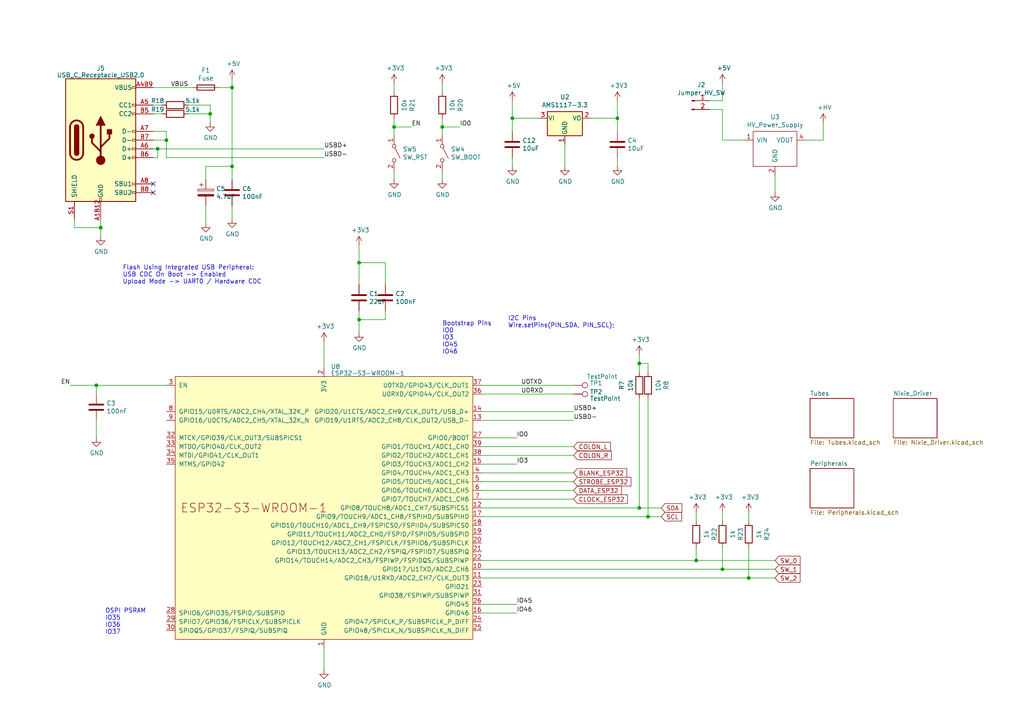
<source format=kicad_sch>
(kicad_sch (version 20230121) (generator eeschema)

  (uuid 821da766-ea23-4111-a585-16062d3dedf2)

  (paper "A4")

  (lib_symbols
    (symbol "Connector:Conn_01x02_Male" (pin_names (offset 1.016) hide) (in_bom yes) (on_board yes)
      (property "Reference" "J" (at 0 2.54 0)
        (effects (font (size 1.27 1.27)))
      )
      (property "Value" "Conn_01x02_Male" (at 0 -5.08 0)
        (effects (font (size 1.27 1.27)))
      )
      (property "Footprint" "" (at 0 0 0)
        (effects (font (size 1.27 1.27)) hide)
      )
      (property "Datasheet" "~" (at 0 0 0)
        (effects (font (size 1.27 1.27)) hide)
      )
      (property "ki_keywords" "connector" (at 0 0 0)
        (effects (font (size 1.27 1.27)) hide)
      )
      (property "ki_description" "Generic connector, single row, 01x02, script generated (kicad-library-utils/schlib/autogen/connector/)" (at 0 0 0)
        (effects (font (size 1.27 1.27)) hide)
      )
      (property "ki_fp_filters" "Connector*:*_1x??_*" (at 0 0 0)
        (effects (font (size 1.27 1.27)) hide)
      )
      (symbol "Conn_01x02_Male_1_1"
        (polyline
          (pts
            (xy 1.27 -2.54)
            (xy 0.8636 -2.54)
          )
          (stroke (width 0.1524) (type default))
          (fill (type none))
        )
        (polyline
          (pts
            (xy 1.27 0)
            (xy 0.8636 0)
          )
          (stroke (width 0.1524) (type default))
          (fill (type none))
        )
        (rectangle (start 0.8636 -2.413) (end 0 -2.667)
          (stroke (width 0.1524) (type default))
          (fill (type outline))
        )
        (rectangle (start 0.8636 0.127) (end 0 -0.127)
          (stroke (width 0.1524) (type default))
          (fill (type outline))
        )
        (pin passive line (at 5.08 0 180) (length 3.81)
          (name "Pin_1" (effects (font (size 1.27 1.27))))
          (number "1" (effects (font (size 1.27 1.27))))
        )
        (pin passive line (at 5.08 -2.54 180) (length 3.81)
          (name "Pin_2" (effects (font (size 1.27 1.27))))
          (number "2" (effects (font (size 1.27 1.27))))
        )
      )
    )
    (symbol "Connector:TestPoint" (pin_numbers hide) (pin_names (offset 0.762) hide) (in_bom yes) (on_board yes)
      (property "Reference" "TP" (at 0 6.858 0)
        (effects (font (size 1.27 1.27)))
      )
      (property "Value" "TestPoint" (at 0 5.08 0)
        (effects (font (size 1.27 1.27)))
      )
      (property "Footprint" "" (at 5.08 0 0)
        (effects (font (size 1.27 1.27)) hide)
      )
      (property "Datasheet" "~" (at 5.08 0 0)
        (effects (font (size 1.27 1.27)) hide)
      )
      (property "ki_keywords" "test point tp" (at 0 0 0)
        (effects (font (size 1.27 1.27)) hide)
      )
      (property "ki_description" "test point" (at 0 0 0)
        (effects (font (size 1.27 1.27)) hide)
      )
      (property "ki_fp_filters" "Pin* Test*" (at 0 0 0)
        (effects (font (size 1.27 1.27)) hide)
      )
      (symbol "TestPoint_0_1"
        (circle (center 0 3.302) (radius 0.762)
          (stroke (width 0) (type default))
          (fill (type none))
        )
      )
      (symbol "TestPoint_1_1"
        (pin passive line (at 0 0 90) (length 2.54)
          (name "1" (effects (font (size 1.27 1.27))))
          (number "1" (effects (font (size 1.27 1.27))))
        )
      )
    )
    (symbol "Device:C" (pin_numbers hide) (pin_names (offset 0.254)) (in_bom yes) (on_board yes)
      (property "Reference" "C" (at 0.635 2.54 0)
        (effects (font (size 1.27 1.27)) (justify left))
      )
      (property "Value" "C" (at 0.635 -2.54 0)
        (effects (font (size 1.27 1.27)) (justify left))
      )
      (property "Footprint" "" (at 0.9652 -3.81 0)
        (effects (font (size 1.27 1.27)) hide)
      )
      (property "Datasheet" "~" (at 0 0 0)
        (effects (font (size 1.27 1.27)) hide)
      )
      (property "ki_keywords" "cap capacitor" (at 0 0 0)
        (effects (font (size 1.27 1.27)) hide)
      )
      (property "ki_description" "Unpolarized capacitor" (at 0 0 0)
        (effects (font (size 1.27 1.27)) hide)
      )
      (property "ki_fp_filters" "C_*" (at 0 0 0)
        (effects (font (size 1.27 1.27)) hide)
      )
      (symbol "C_0_1"
        (polyline
          (pts
            (xy -2.032 -0.762)
            (xy 2.032 -0.762)
          )
          (stroke (width 0.508) (type default))
          (fill (type none))
        )
        (polyline
          (pts
            (xy -2.032 0.762)
            (xy 2.032 0.762)
          )
          (stroke (width 0.508) (type default))
          (fill (type none))
        )
      )
      (symbol "C_1_1"
        (pin passive line (at 0 3.81 270) (length 2.794)
          (name "~" (effects (font (size 1.27 1.27))))
          (number "1" (effects (font (size 1.27 1.27))))
        )
        (pin passive line (at 0 -3.81 90) (length 2.794)
          (name "~" (effects (font (size 1.27 1.27))))
          (number "2" (effects (font (size 1.27 1.27))))
        )
      )
    )
    (symbol "Device:CP" (pin_numbers hide) (pin_names (offset 0.254)) (in_bom yes) (on_board yes)
      (property "Reference" "C" (at 0.635 2.54 0)
        (effects (font (size 1.27 1.27)) (justify left))
      )
      (property "Value" "Device_CP" (at 0.635 -2.54 0)
        (effects (font (size 1.27 1.27)) (justify left))
      )
      (property "Footprint" "" (at 0.9652 -3.81 0)
        (effects (font (size 1.27 1.27)) hide)
      )
      (property "Datasheet" "" (at 0 0 0)
        (effects (font (size 1.27 1.27)) hide)
      )
      (property "ki_fp_filters" "CP_*" (at 0 0 0)
        (effects (font (size 1.27 1.27)) hide)
      )
      (symbol "CP_0_1"
        (rectangle (start -2.286 0.508) (end 2.286 1.016)
          (stroke (width 0) (type default))
          (fill (type none))
        )
        (polyline
          (pts
            (xy -1.778 2.286)
            (xy -0.762 2.286)
          )
          (stroke (width 0) (type default))
          (fill (type none))
        )
        (polyline
          (pts
            (xy -1.27 2.794)
            (xy -1.27 1.778)
          )
          (stroke (width 0) (type default))
          (fill (type none))
        )
        (rectangle (start 2.286 -0.508) (end -2.286 -1.016)
          (stroke (width 0) (type default))
          (fill (type outline))
        )
      )
      (symbol "CP_1_1"
        (pin passive line (at 0 3.81 270) (length 2.794)
          (name "~" (effects (font (size 1.27 1.27))))
          (number "1" (effects (font (size 1.27 1.27))))
        )
        (pin passive line (at 0 -3.81 90) (length 2.794)
          (name "~" (effects (font (size 1.27 1.27))))
          (number "2" (effects (font (size 1.27 1.27))))
        )
      )
    )
    (symbol "Device:Fuse" (pin_numbers hide) (pin_names (offset 0)) (in_bom yes) (on_board yes)
      (property "Reference" "F" (at 2.032 0 90)
        (effects (font (size 1.27 1.27)))
      )
      (property "Value" "Fuse" (at -1.905 0 90)
        (effects (font (size 1.27 1.27)))
      )
      (property "Footprint" "" (at -1.778 0 90)
        (effects (font (size 1.27 1.27)) hide)
      )
      (property "Datasheet" "~" (at 0 0 0)
        (effects (font (size 1.27 1.27)) hide)
      )
      (property "ki_keywords" "fuse" (at 0 0 0)
        (effects (font (size 1.27 1.27)) hide)
      )
      (property "ki_description" "Fuse" (at 0 0 0)
        (effects (font (size 1.27 1.27)) hide)
      )
      (property "ki_fp_filters" "*Fuse*" (at 0 0 0)
        (effects (font (size 1.27 1.27)) hide)
      )
      (symbol "Fuse_0_1"
        (rectangle (start -0.762 -2.54) (end 0.762 2.54)
          (stroke (width 0.254) (type default))
          (fill (type none))
        )
        (polyline
          (pts
            (xy 0 2.54)
            (xy 0 -2.54)
          )
          (stroke (width 0) (type default))
          (fill (type none))
        )
      )
      (symbol "Fuse_1_1"
        (pin passive line (at 0 3.81 270) (length 1.27)
          (name "~" (effects (font (size 1.27 1.27))))
          (number "1" (effects (font (size 1.27 1.27))))
        )
        (pin passive line (at 0 -3.81 90) (length 1.27)
          (name "~" (effects (font (size 1.27 1.27))))
          (number "2" (effects (font (size 1.27 1.27))))
        )
      )
    )
    (symbol "Device:R" (pin_numbers hide) (pin_names (offset 0)) (in_bom yes) (on_board yes)
      (property "Reference" "R" (at 2.032 0 90)
        (effects (font (size 1.27 1.27)))
      )
      (property "Value" "R" (at 0 0 90)
        (effects (font (size 1.27 1.27)))
      )
      (property "Footprint" "" (at -1.778 0 90)
        (effects (font (size 1.27 1.27)) hide)
      )
      (property "Datasheet" "~" (at 0 0 0)
        (effects (font (size 1.27 1.27)) hide)
      )
      (property "ki_keywords" "R res resistor" (at 0 0 0)
        (effects (font (size 1.27 1.27)) hide)
      )
      (property "ki_description" "Resistor" (at 0 0 0)
        (effects (font (size 1.27 1.27)) hide)
      )
      (property "ki_fp_filters" "R_*" (at 0 0 0)
        (effects (font (size 1.27 1.27)) hide)
      )
      (symbol "R_0_1"
        (rectangle (start -1.016 -2.54) (end 1.016 2.54)
          (stroke (width 0.254) (type default))
          (fill (type none))
        )
      )
      (symbol "R_1_1"
        (pin passive line (at 0 3.81 270) (length 1.27)
          (name "~" (effects (font (size 1.27 1.27))))
          (number "1" (effects (font (size 1.27 1.27))))
        )
        (pin passive line (at 0 -3.81 90) (length 1.27)
          (name "~" (effects (font (size 1.27 1.27))))
          (number "2" (effects (font (size 1.27 1.27))))
        )
      )
    )
    (symbol "ESP32_Tag:+HV" (power) (pin_names (offset 0)) (in_bom yes) (on_board yes)
      (property "Reference" "#PWR" (at 0 -3.81 0)
        (effects (font (size 1.27 1.27)) hide)
      )
      (property "Value" "+HV" (at 0 3.556 0)
        (effects (font (size 1.27 1.27)))
      )
      (property "Footprint" "" (at 0 0 0)
        (effects (font (size 1.27 1.27)) hide)
      )
      (property "Datasheet" "" (at 0 0 0)
        (effects (font (size 1.27 1.27)) hide)
      )
      (property "ki_keywords" "power-flag" (at 0 0 0)
        (effects (font (size 1.27 1.27)) hide)
      )
      (property "ki_description" "Power symbol creates a global label with name \"+1V0\"" (at 0 0 0)
        (effects (font (size 1.27 1.27)) hide)
      )
      (symbol "+HV_0_1"
        (polyline
          (pts
            (xy -0.762 1.27)
            (xy 0 2.54)
          )
          (stroke (width 0) (type default))
          (fill (type none))
        )
        (polyline
          (pts
            (xy 0 0)
            (xy 0 2.54)
          )
          (stroke (width 0) (type default))
          (fill (type none))
        )
        (polyline
          (pts
            (xy 0 2.54)
            (xy 0.762 1.27)
          )
          (stroke (width 0) (type default))
          (fill (type none))
        )
      )
      (symbol "+HV_1_1"
        (pin power_in line (at 0 0 90) (length 0) hide
          (name "+HV" (effects (font (size 1.27 1.27))))
          (number "1" (effects (font (size 1.27 1.27))))
        )
      )
    )
    (symbol "ESP32_Tag:HV_Power_Supply" (pin_names (offset 1.016)) (in_bom yes) (on_board yes)
      (property "Reference" "U" (at -3.81 6.35 0)
        (effects (font (size 1.27 1.27)))
      )
      (property "Value" "HV_Power_Supply" (at 0 -17.78 0)
        (effects (font (size 1.27 1.27)))
      )
      (property "Footprint" "" (at 0 0 0)
        (effects (font (size 1.27 1.27)) hide)
      )
      (property "Datasheet" "" (at 0 0 0)
        (effects (font (size 1.27 1.27)) hide)
      )
      (symbol "HV_Power_Supply_0_0"
        (pin unspecified line (at -8.89 0 0) (length 2.54)
          (name "VIN" (effects (font (size 1.27 1.27))))
          (number "1" (effects (font (size 1.27 1.27))))
        )
        (pin unspecified line (at 0 -10.16 90) (length 2.54)
          (name "GND" (effects (font (size 1.27 1.27))))
          (number "2" (effects (font (size 1.27 1.27))))
        )
        (pin unspecified line (at 0 -10.16 90) (length 2.54) hide
          (name "GND" (effects (font (size 1.27 1.27))))
          (number "3" (effects (font (size 1.27 1.27))))
        )
        (pin unspecified line (at 8.89 0 180) (length 2.54)
          (name "VOUT" (effects (font (size 1.27 1.27))))
          (number "4" (effects (font (size 1.27 1.27))))
        )
      )
      (symbol "HV_Power_Supply_0_1"
        (rectangle (start -6.35 2.54) (end 6.35 -7.62)
          (stroke (width 0) (type default))
          (fill (type none))
        )
      )
    )
    (symbol "Nixie_Clock:USB_C_Receptacle_USB2.0" (pin_names (offset 1.016)) (in_bom yes) (on_board yes)
      (property "Reference" "J" (at -10.16 19.05 0)
        (effects (font (size 1.27 1.27)) (justify left))
      )
      (property "Value" "USB_C_Receptacle_USB2.0" (at 19.05 19.05 0)
        (effects (font (size 1.27 1.27)) (justify right))
      )
      (property "Footprint" "" (at 3.81 0 0)
        (effects (font (size 1.27 1.27)) hide)
      )
      (property "Datasheet" "https://www.usb.org/sites/default/files/documents/usb_type-c.zip" (at 3.81 0 0)
        (effects (font (size 1.27 1.27)) hide)
      )
      (property "ki_keywords" "usb universal serial bus type-C USB2.0" (at 0 0 0)
        (effects (font (size 1.27 1.27)) hide)
      )
      (property "ki_description" "USB 2.0-only Type-C Receptacle connector" (at 0 0 0)
        (effects (font (size 1.27 1.27)) hide)
      )
      (property "ki_fp_filters" "USB*C*Receptacle*" (at 0 0 0)
        (effects (font (size 1.27 1.27)) hide)
      )
      (symbol "USB_C_Receptacle_USB2.0_0_0"
        (rectangle (start -0.254 -17.78) (end 0.254 -16.764)
          (stroke (width 0) (type default))
          (fill (type none))
        )
        (rectangle (start 10.16 -14.986) (end 9.144 -15.494)
          (stroke (width 0) (type default))
          (fill (type none))
        )
        (rectangle (start 10.16 -12.446) (end 9.144 -12.954)
          (stroke (width 0) (type default))
          (fill (type none))
        )
        (rectangle (start 10.16 -4.826) (end 9.144 -5.334)
          (stroke (width 0) (type default))
          (fill (type none))
        )
        (rectangle (start 10.16 -2.286) (end 9.144 -2.794)
          (stroke (width 0) (type default))
          (fill (type none))
        )
        (rectangle (start 10.16 0.254) (end 9.144 -0.254)
          (stroke (width 0) (type default))
          (fill (type none))
        )
        (rectangle (start 10.16 2.794) (end 9.144 2.286)
          (stroke (width 0) (type default))
          (fill (type none))
        )
        (rectangle (start 10.16 7.874) (end 9.144 7.366)
          (stroke (width 0) (type default))
          (fill (type none))
        )
        (rectangle (start 10.16 10.414) (end 9.144 9.906)
          (stroke (width 0) (type default))
          (fill (type none))
        )
        (rectangle (start 10.16 15.494) (end 9.144 14.986)
          (stroke (width 0) (type default))
          (fill (type none))
        )
      )
      (symbol "USB_C_Receptacle_USB2.0_0_1"
        (rectangle (start -10.16 17.78) (end 10.16 -17.78)
          (stroke (width 0.254) (type default))
          (fill (type background))
        )
        (arc (start -8.89 -3.81) (mid -6.985 -5.7067) (end -5.08 -3.81)
          (stroke (width 0.508) (type default))
          (fill (type none))
        )
        (arc (start -7.62 -3.81) (mid -6.985 -4.4423) (end -6.35 -3.81)
          (stroke (width 0.254) (type default))
          (fill (type none))
        )
        (arc (start -7.62 -3.81) (mid -6.985 -4.4423) (end -6.35 -3.81)
          (stroke (width 0.254) (type default))
          (fill (type outline))
        )
        (rectangle (start -7.62 -3.81) (end -6.35 3.81)
          (stroke (width 0.254) (type default))
          (fill (type outline))
        )
        (arc (start -6.35 3.81) (mid -6.985 4.4423) (end -7.62 3.81)
          (stroke (width 0.254) (type default))
          (fill (type none))
        )
        (arc (start -6.35 3.81) (mid -6.985 4.4423) (end -7.62 3.81)
          (stroke (width 0.254) (type default))
          (fill (type outline))
        )
        (arc (start -5.08 3.81) (mid -6.985 5.7067) (end -8.89 3.81)
          (stroke (width 0.508) (type default))
          (fill (type none))
        )
        (circle (center -2.54 1.143) (radius 0.635)
          (stroke (width 0.254) (type default))
          (fill (type outline))
        )
        (circle (center 0 -5.842) (radius 1.27)
          (stroke (width 0) (type default))
          (fill (type outline))
        )
        (polyline
          (pts
            (xy -8.89 -3.81)
            (xy -8.89 3.81)
          )
          (stroke (width 0.508) (type default))
          (fill (type none))
        )
        (polyline
          (pts
            (xy -5.08 3.81)
            (xy -5.08 -3.81)
          )
          (stroke (width 0.508) (type default))
          (fill (type none))
        )
        (polyline
          (pts
            (xy 0 -5.842)
            (xy 0 4.318)
          )
          (stroke (width 0.508) (type default))
          (fill (type none))
        )
        (polyline
          (pts
            (xy 0 -3.302)
            (xy -2.54 -0.762)
            (xy -2.54 0.508)
          )
          (stroke (width 0.508) (type default))
          (fill (type none))
        )
        (polyline
          (pts
            (xy 0 -2.032)
            (xy 2.54 0.508)
            (xy 2.54 1.778)
          )
          (stroke (width 0.508) (type default))
          (fill (type none))
        )
        (polyline
          (pts
            (xy -1.27 4.318)
            (xy 0 6.858)
            (xy 1.27 4.318)
            (xy -1.27 4.318)
          )
          (stroke (width 0.254) (type default))
          (fill (type outline))
        )
        (rectangle (start 1.905 1.778) (end 3.175 3.048)
          (stroke (width 0.254) (type default))
          (fill (type outline))
        )
      )
      (symbol "USB_C_Receptacle_USB2.0_1_1"
        (pin passive line (at 0 -22.86 90) (length 5.08)
          (name "GND" (effects (font (size 1.27 1.27))))
          (number "A1B12" (effects (font (size 1.27 1.27))))
        )
        (pin passive line (at 15.24 15.24 180) (length 5.08)
          (name "VBUS" (effects (font (size 1.27 1.27))))
          (number "A4B9" (effects (font (size 1.27 1.27))))
        )
        (pin bidirectional line (at 15.24 10.16 180) (length 5.08)
          (name "CC1" (effects (font (size 1.27 1.27))))
          (number "A5" (effects (font (size 1.27 1.27))))
        )
        (pin bidirectional line (at 15.24 -2.54 180) (length 5.08)
          (name "D+" (effects (font (size 1.27 1.27))))
          (number "A6" (effects (font (size 1.27 1.27))))
        )
        (pin bidirectional line (at 15.24 2.54 180) (length 5.08)
          (name "D-" (effects (font (size 1.27 1.27))))
          (number "A7" (effects (font (size 1.27 1.27))))
        )
        (pin bidirectional line (at 15.24 -12.7 180) (length 5.08)
          (name "SBU1" (effects (font (size 1.27 1.27))))
          (number "A8" (effects (font (size 1.27 1.27))))
        )
        (pin passive line (at 0 -22.86 90) (length 5.08) hide
          (name "GND" (effects (font (size 1.27 1.27))))
          (number "B1A12" (effects (font (size 1.27 1.27))))
        )
        (pin passive line (at 15.24 15.24 180) (length 5.08) hide
          (name "VBUS" (effects (font (size 1.27 1.27))))
          (number "B4A9" (effects (font (size 1.27 1.27))))
        )
        (pin bidirectional line (at 15.24 7.62 180) (length 5.08)
          (name "CC2" (effects (font (size 1.27 1.27))))
          (number "B5" (effects (font (size 1.27 1.27))))
        )
        (pin bidirectional line (at 15.24 -5.08 180) (length 5.08)
          (name "D+" (effects (font (size 1.27 1.27))))
          (number "B6" (effects (font (size 1.27 1.27))))
        )
        (pin bidirectional line (at 15.24 0 180) (length 5.08)
          (name "D-" (effects (font (size 1.27 1.27))))
          (number "B7" (effects (font (size 1.27 1.27))))
        )
        (pin bidirectional line (at 15.24 -15.24 180) (length 5.08)
          (name "SBU2" (effects (font (size 1.27 1.27))))
          (number "B8" (effects (font (size 1.27 1.27))))
        )
        (pin passive line (at -7.62 -22.86 90) (length 5.08)
          (name "SHIELD" (effects (font (size 1.27 1.27))))
          (number "S1" (effects (font (size 1.27 1.27))))
        )
      )
    )
    (symbol "PCM_Espressif:ESP32-S3-WROOM-1" (pin_names (offset 1.016)) (in_bom yes) (on_board yes)
      (property "Reference" "U" (at -43.18 43.18 0)
        (effects (font (size 1.27 1.27)) (justify left))
      )
      (property "Value" "ESP32-S3-WROOM-1" (at -43.18 40.64 0)
        (effects (font (size 1.27 1.27)) (justify left))
      )
      (property "Footprint" "Espressif:ESP32-S3-WROOM-1" (at 2.54 -48.26 0)
        (effects (font (size 1.27 1.27)) hide)
      )
      (property "Datasheet" "https://www.espressif.com/sites/default/files/documentation/esp32-s3-wroom-1_wroom-1u_datasheet_en.pdf" (at 2.54 -50.8 0)
        (effects (font (size 1.27 1.27)) hide)
      )
      (property "ki_description" "2.4 GHz WiFi (802.11 b/g/n) and Bluetooth ® 5 (LE) module Built around ESP32S3 series of SoCs, Xtensa ® dualcore 32bit LX7 microprocessor Flash up to 16 MB, PSRAM up to 8 MB 36 GPIOs, rich set of peripherals Onboard PCB antenna" (at 0 0 0)
        (effects (font (size 1.27 1.27)) hide)
      )
      (symbol "ESP32-S3-WROOM-1_0_0"
        (text "ESP32-S3-WROOM-1" (at -20.32 0 0)
          (effects (font (size 2.54 2.54)))
        )
        (pin power_in line (at 0 -40.64 90) (length 2.54)
          (name "GND" (effects (font (size 1.27 1.27))))
          (number "1" (effects (font (size 1.27 1.27))))
        )
        (pin bidirectional line (at 45.72 -17.78 180) (length 2.54)
          (name "GPIO17/U1TXD/ADC2_CH6" (effects (font (size 1.27 1.27))))
          (number "10" (effects (font (size 1.27 1.27))))
        )
        (pin bidirectional line (at 45.72 -20.32 180) (length 2.54)
          (name "GPIO18/U1RXD/ADC2_CH7/CLK_OUT3" (effects (font (size 1.27 1.27))))
          (number "11" (effects (font (size 1.27 1.27))))
        )
        (pin bidirectional line (at 45.72 0 180) (length 2.54)
          (name "GPIO8/TOUCH8/ADC1_CH7/SUBSPICS1" (effects (font (size 1.27 1.27))))
          (number "12" (effects (font (size 1.27 1.27))))
        )
        (pin bidirectional line (at 45.72 25.4 180) (length 2.54)
          (name "GPIO19/U1RTS/ADC2_CH8/CLK_OUT2/USB_D-" (effects (font (size 1.27 1.27))))
          (number "13" (effects (font (size 1.27 1.27))))
        )
        (pin bidirectional line (at 45.72 27.94 180) (length 2.54)
          (name "GPIO20/U1CTS/ADC2_CH9/CLK_OUT1/USB_D+" (effects (font (size 1.27 1.27))))
          (number "14" (effects (font (size 1.27 1.27))))
        )
        (pin bidirectional line (at 45.72 12.7 180) (length 2.54)
          (name "GPIO3/TOUCH3/ADC1_CH2" (effects (font (size 1.27 1.27))))
          (number "15" (effects (font (size 1.27 1.27))))
        )
        (pin bidirectional line (at 45.72 -30.48 180) (length 2.54)
          (name "GPIO46" (effects (font (size 1.27 1.27))))
          (number "16" (effects (font (size 1.27 1.27))))
        )
        (pin bidirectional line (at 45.72 -2.54 180) (length 2.54)
          (name "GPIO9/TOUCH9/ADC1_CH8/FSPIHD/SUBSPIHD" (effects (font (size 1.27 1.27))))
          (number "17" (effects (font (size 1.27 1.27))))
        )
        (pin bidirectional line (at 45.72 -5.08 180) (length 2.54)
          (name "GPIO10/TOUCH10/ADC1_CH9/FSPICS0/FSPIIO4/SUBSPICS0" (effects (font (size 1.27 1.27))))
          (number "18" (effects (font (size 1.27 1.27))))
        )
        (pin bidirectional line (at 45.72 -7.62 180) (length 2.54)
          (name "GPIO11/TOUCH11/ADC2_CH0/FSPID/FSPIIO5/SUBSPID" (effects (font (size 1.27 1.27))))
          (number "19" (effects (font (size 1.27 1.27))))
        )
        (pin power_in line (at 0 40.64 270) (length 2.54)
          (name "3V3" (effects (font (size 1.27 1.27))))
          (number "2" (effects (font (size 1.27 1.27))))
        )
        (pin bidirectional line (at 45.72 -10.16 180) (length 2.54)
          (name "GPIO12/TOUCH12/ADC2_CH1/FSPICLK/FSPIIO6/SUBSPICLK" (effects (font (size 1.27 1.27))))
          (number "20" (effects (font (size 1.27 1.27))))
        )
        (pin bidirectional line (at 45.72 -12.7 180) (length 2.54)
          (name "GPIO13/TOUCH13/ADC2_CH2/FSPIQ/FSPIIO7/SUBSPIQ" (effects (font (size 1.27 1.27))))
          (number "21" (effects (font (size 1.27 1.27))))
        )
        (pin bidirectional line (at 45.72 -15.24 180) (length 2.54)
          (name "GPIO14/TOUCH14/ADC2_CH3/FSPIWP/FSPIDQS/SUBSPIWP" (effects (font (size 1.27 1.27))))
          (number "22" (effects (font (size 1.27 1.27))))
        )
        (pin bidirectional line (at 45.72 -22.86 180) (length 2.54)
          (name "GPIO21" (effects (font (size 1.27 1.27))))
          (number "23" (effects (font (size 1.27 1.27))))
        )
        (pin bidirectional line (at 45.72 -33.02 180) (length 2.54)
          (name "GPIO47/SPICLK_P/SUBSPICLK_P_DIFF" (effects (font (size 1.27 1.27))))
          (number "24" (effects (font (size 1.27 1.27))))
        )
        (pin bidirectional line (at 45.72 -35.56 180) (length 2.54)
          (name "GPIO48/SPICLK_N/SUBSPICLK_N_DIFF" (effects (font (size 1.27 1.27))))
          (number "25" (effects (font (size 1.27 1.27))))
        )
        (pin bidirectional line (at 45.72 -27.94 180) (length 2.54)
          (name "GPIO45" (effects (font (size 1.27 1.27))))
          (number "26" (effects (font (size 1.27 1.27))))
        )
        (pin bidirectional line (at 45.72 20.32 180) (length 2.54)
          (name "GPIO0/BOOT" (effects (font (size 1.27 1.27))))
          (number "27" (effects (font (size 1.27 1.27))))
        )
        (pin bidirectional line (at -45.72 -30.48 0) (length 2.54)
          (name "SPIIO6/GPIO35/FSPID/SUBSPID" (effects (font (size 1.27 1.27))))
          (number "28" (effects (font (size 1.27 1.27))))
        )
        (pin bidirectional line (at -45.72 -33.02 0) (length 2.54)
          (name "SPIIO7/GPIO36/FSPICLK/SUBSPICLK" (effects (font (size 1.27 1.27))))
          (number "29" (effects (font (size 1.27 1.27))))
        )
        (pin input line (at -45.72 35.56 0) (length 2.54)
          (name "EN" (effects (font (size 1.27 1.27))))
          (number "3" (effects (font (size 1.27 1.27))))
        )
        (pin bidirectional line (at -45.72 -35.56 0) (length 2.54)
          (name "SPIDQS/GPIO37/FSPIQ/SUBSPIQ" (effects (font (size 1.27 1.27))))
          (number "30" (effects (font (size 1.27 1.27))))
        )
        (pin bidirectional line (at 45.72 -25.4 180) (length 2.54)
          (name "GPIO38/FSPIWP/SUBSPIWP" (effects (font (size 1.27 1.27))))
          (number "31" (effects (font (size 1.27 1.27))))
        )
        (pin bidirectional line (at -45.72 20.32 0) (length 2.54)
          (name "MTCK/GPIO39/CLK_OUT3/SUBSPICS1" (effects (font (size 1.27 1.27))))
          (number "32" (effects (font (size 1.27 1.27))))
        )
        (pin bidirectional line (at -45.72 17.78 0) (length 2.54)
          (name "MTDO/GPIO40/CLK_OUT2" (effects (font (size 1.27 1.27))))
          (number "33" (effects (font (size 1.27 1.27))))
        )
        (pin bidirectional line (at -45.72 15.24 0) (length 2.54)
          (name "MTDI/GPIO41/CLK_OUT1" (effects (font (size 1.27 1.27))))
          (number "34" (effects (font (size 1.27 1.27))))
        )
        (pin bidirectional line (at -45.72 12.7 0) (length 2.54)
          (name "MTMS/GPIO42" (effects (font (size 1.27 1.27))))
          (number "35" (effects (font (size 1.27 1.27))))
        )
        (pin bidirectional line (at 45.72 33.02 180) (length 2.54)
          (name "U0RXD/GPIO44/CLK_OUT2" (effects (font (size 1.27 1.27))))
          (number "36" (effects (font (size 1.27 1.27))))
        )
        (pin bidirectional line (at 45.72 35.56 180) (length 2.54)
          (name "U0TXD/GPIO43/CLK_OUT1" (effects (font (size 1.27 1.27))))
          (number "37" (effects (font (size 1.27 1.27))))
        )
        (pin bidirectional line (at 45.72 15.24 180) (length 2.54)
          (name "GPIO2/TOUCH2/ADC1_CH1" (effects (font (size 1.27 1.27))))
          (number "38" (effects (font (size 1.27 1.27))))
        )
        (pin bidirectional line (at 45.72 17.78 180) (length 2.54)
          (name "GPIO1/TOUCH1/ADC1_CH0" (effects (font (size 1.27 1.27))))
          (number "39" (effects (font (size 1.27 1.27))))
        )
        (pin bidirectional line (at 45.72 10.16 180) (length 2.54)
          (name "GPIO4/TOUCH4/ADC1_CH3" (effects (font (size 1.27 1.27))))
          (number "4" (effects (font (size 1.27 1.27))))
        )
        (pin passive line (at 0 -40.64 90) (length 2.54) hide
          (name "GND" (effects (font (size 1.27 1.27))))
          (number "40" (effects (font (size 1.27 1.27))))
        )
        (pin passive line (at 0 -40.64 90) (length 2.54) hide
          (name "GND" (effects (font (size 1.27 1.27))))
          (number "41" (effects (font (size 1.27 1.27))))
        )
        (pin bidirectional line (at 45.72 7.62 180) (length 2.54)
          (name "GPIO5/TOUCH5/ADC1_CH4" (effects (font (size 1.27 1.27))))
          (number "5" (effects (font (size 1.27 1.27))))
        )
        (pin bidirectional line (at 45.72 5.08 180) (length 2.54)
          (name "GPIO6/TOUCH6/ADC1_CH5" (effects (font (size 1.27 1.27))))
          (number "6" (effects (font (size 1.27 1.27))))
        )
        (pin bidirectional line (at 45.72 2.54 180) (length 2.54)
          (name "GPIO7/TOUCH7/ADC1_CH6" (effects (font (size 1.27 1.27))))
          (number "7" (effects (font (size 1.27 1.27))))
        )
        (pin bidirectional line (at -45.72 27.94 0) (length 2.54)
          (name "GPIO15/U0RTS/ADC2_CH4/XTAL_32K_P" (effects (font (size 1.27 1.27))))
          (number "8" (effects (font (size 1.27 1.27))))
        )
        (pin bidirectional line (at -45.72 25.4 0) (length 2.54)
          (name "GPIO16/U0CTS/ADC2_CH5/XTAL_32K_N" (effects (font (size 1.27 1.27))))
          (number "9" (effects (font (size 1.27 1.27))))
        )
      )
      (symbol "ESP32-S3-WROOM-1_0_1"
        (rectangle (start -43.18 38.1) (end 43.18 -38.1)
          (stroke (width 0) (type default))
          (fill (type background))
        )
      )
    )
    (symbol "Regulator_Linear:AMS1117-3.3" (pin_names (offset 0.254)) (in_bom yes) (on_board yes)
      (property "Reference" "U" (at -3.81 3.175 0)
        (effects (font (size 1.27 1.27)))
      )
      (property "Value" "AMS1117-3.3" (at 0 3.175 0)
        (effects (font (size 1.27 1.27)) (justify left))
      )
      (property "Footprint" "Package_TO_SOT_SMD:SOT-223-3_TabPin2" (at 0 5.08 0)
        (effects (font (size 1.27 1.27)) hide)
      )
      (property "Datasheet" "http://www.advanced-monolithic.com/pdf/ds1117.pdf" (at 2.54 -6.35 0)
        (effects (font (size 1.27 1.27)) hide)
      )
      (property "ki_keywords" "linear regulator ldo fixed positive" (at 0 0 0)
        (effects (font (size 1.27 1.27)) hide)
      )
      (property "ki_description" "1A Low Dropout regulator, positive, 3.3V fixed output, SOT-223" (at 0 0 0)
        (effects (font (size 1.27 1.27)) hide)
      )
      (property "ki_fp_filters" "SOT?223*TabPin2*" (at 0 0 0)
        (effects (font (size 1.27 1.27)) hide)
      )
      (symbol "AMS1117-3.3_0_1"
        (rectangle (start -5.08 -5.08) (end 5.08 1.905)
          (stroke (width 0.254) (type default))
          (fill (type background))
        )
      )
      (symbol "AMS1117-3.3_1_1"
        (pin power_in line (at 0 -7.62 90) (length 2.54)
          (name "GND" (effects (font (size 1.27 1.27))))
          (number "1" (effects (font (size 1.27 1.27))))
        )
        (pin power_out line (at 7.62 0 180) (length 2.54)
          (name "VO" (effects (font (size 1.27 1.27))))
          (number "2" (effects (font (size 1.27 1.27))))
        )
        (pin power_in line (at -7.62 0 0) (length 2.54)
          (name "VI" (effects (font (size 1.27 1.27))))
          (number "3" (effects (font (size 1.27 1.27))))
        )
      )
    )
    (symbol "Switch:SW_SPST" (pin_names (offset 0) hide) (in_bom yes) (on_board yes)
      (property "Reference" "SW" (at 0 3.175 0)
        (effects (font (size 1.27 1.27)))
      )
      (property "Value" "SW_SPST" (at 0 -2.54 0)
        (effects (font (size 1.27 1.27)))
      )
      (property "Footprint" "" (at 0 0 0)
        (effects (font (size 1.27 1.27)) hide)
      )
      (property "Datasheet" "~" (at 0 0 0)
        (effects (font (size 1.27 1.27)) hide)
      )
      (property "ki_keywords" "switch lever" (at 0 0 0)
        (effects (font (size 1.27 1.27)) hide)
      )
      (property "ki_description" "Single Pole Single Throw (SPST) switch" (at 0 0 0)
        (effects (font (size 1.27 1.27)) hide)
      )
      (symbol "SW_SPST_0_0"
        (circle (center -2.032 0) (radius 0.508)
          (stroke (width 0) (type default))
          (fill (type none))
        )
        (polyline
          (pts
            (xy -1.524 0.254)
            (xy 1.524 1.778)
          )
          (stroke (width 0) (type default))
          (fill (type none))
        )
        (circle (center 2.032 0) (radius 0.508)
          (stroke (width 0) (type default))
          (fill (type none))
        )
      )
      (symbol "SW_SPST_1_1"
        (pin passive line (at -5.08 0 0) (length 2.54)
          (name "A" (effects (font (size 1.27 1.27))))
          (number "1" (effects (font (size 1.27 1.27))))
        )
        (pin passive line (at 5.08 0 180) (length 2.54)
          (name "B" (effects (font (size 1.27 1.27))))
          (number "2" (effects (font (size 1.27 1.27))))
        )
      )
    )
    (symbol "power:+3.3V" (power) (pin_names (offset 0)) (in_bom yes) (on_board yes)
      (property "Reference" "#PWR" (at 0 -3.81 0)
        (effects (font (size 1.27 1.27)) hide)
      )
      (property "Value" "+3.3V" (at 0 3.556 0)
        (effects (font (size 1.27 1.27)))
      )
      (property "Footprint" "" (at 0 0 0)
        (effects (font (size 1.27 1.27)) hide)
      )
      (property "Datasheet" "" (at 0 0 0)
        (effects (font (size 1.27 1.27)) hide)
      )
      (property "ki_keywords" "power-flag" (at 0 0 0)
        (effects (font (size 1.27 1.27)) hide)
      )
      (property "ki_description" "Power symbol creates a global label with name \"+3.3V\"" (at 0 0 0)
        (effects (font (size 1.27 1.27)) hide)
      )
      (symbol "+3.3V_0_1"
        (polyline
          (pts
            (xy -0.762 1.27)
            (xy 0 2.54)
          )
          (stroke (width 0) (type default))
          (fill (type none))
        )
        (polyline
          (pts
            (xy 0 0)
            (xy 0 2.54)
          )
          (stroke (width 0) (type default))
          (fill (type none))
        )
        (polyline
          (pts
            (xy 0 2.54)
            (xy 0.762 1.27)
          )
          (stroke (width 0) (type default))
          (fill (type none))
        )
      )
      (symbol "+3.3V_1_1"
        (pin power_in line (at 0 0 90) (length 0) hide
          (name "+3V3" (effects (font (size 1.27 1.27))))
          (number "1" (effects (font (size 1.27 1.27))))
        )
      )
    )
    (symbol "power:+5V" (power) (pin_names (offset 0)) (in_bom yes) (on_board yes)
      (property "Reference" "#PWR" (at 0 -3.81 0)
        (effects (font (size 1.27 1.27)) hide)
      )
      (property "Value" "+5V" (at 0 3.556 0)
        (effects (font (size 1.27 1.27)))
      )
      (property "Footprint" "" (at 0 0 0)
        (effects (font (size 1.27 1.27)) hide)
      )
      (property "Datasheet" "" (at 0 0 0)
        (effects (font (size 1.27 1.27)) hide)
      )
      (property "ki_keywords" "power-flag" (at 0 0 0)
        (effects (font (size 1.27 1.27)) hide)
      )
      (property "ki_description" "Power symbol creates a global label with name \"+5V\"" (at 0 0 0)
        (effects (font (size 1.27 1.27)) hide)
      )
      (symbol "+5V_0_1"
        (polyline
          (pts
            (xy -0.762 1.27)
            (xy 0 2.54)
          )
          (stroke (width 0) (type default))
          (fill (type none))
        )
        (polyline
          (pts
            (xy 0 0)
            (xy 0 2.54)
          )
          (stroke (width 0) (type default))
          (fill (type none))
        )
        (polyline
          (pts
            (xy 0 2.54)
            (xy 0.762 1.27)
          )
          (stroke (width 0) (type default))
          (fill (type none))
        )
      )
      (symbol "+5V_1_1"
        (pin power_in line (at 0 0 90) (length 0) hide
          (name "+5V" (effects (font (size 1.27 1.27))))
          (number "1" (effects (font (size 1.27 1.27))))
        )
      )
    )
    (symbol "power:GND" (power) (pin_names (offset 0)) (in_bom yes) (on_board yes)
      (property "Reference" "#PWR" (at 0 -6.35 0)
        (effects (font (size 1.27 1.27)) hide)
      )
      (property "Value" "GND" (at 0 -3.81 0)
        (effects (font (size 1.27 1.27)))
      )
      (property "Footprint" "" (at 0 0 0)
        (effects (font (size 1.27 1.27)) hide)
      )
      (property "Datasheet" "" (at 0 0 0)
        (effects (font (size 1.27 1.27)) hide)
      )
      (property "ki_keywords" "power-flag" (at 0 0 0)
        (effects (font (size 1.27 1.27)) hide)
      )
      (property "ki_description" "Power symbol creates a global label with name \"GND\" , ground" (at 0 0 0)
        (effects (font (size 1.27 1.27)) hide)
      )
      (symbol "GND_0_1"
        (polyline
          (pts
            (xy 0 0)
            (xy 0 -1.27)
            (xy 1.27 -1.27)
            (xy 0 -2.54)
            (xy -1.27 -1.27)
            (xy 0 -1.27)
          )
          (stroke (width 0) (type default))
          (fill (type none))
        )
      )
      (symbol "GND_1_1"
        (pin power_in line (at 0 0 270) (length 0) hide
          (name "GND" (effects (font (size 1.27 1.27))))
          (number "1" (effects (font (size 1.27 1.27))))
        )
      )
    )
  )

  (junction (at 29.21 66.04) (diameter 0) (color 0 0 0 0)
    (uuid 01680877-4526-4401-8ef8-2226bb8aaa10)
  )
  (junction (at 185.42 105.41) (diameter 0) (color 0 0 0 0)
    (uuid 06cecd6d-c2a9-4675-8707-dd3432167605)
  )
  (junction (at 104.14 92.71) (diameter 0) (color 0 0 0 0)
    (uuid 15344b20-c927-4277-9f2f-5810124b73d8)
  )
  (junction (at 45.72 43.18) (diameter 0) (color 0 0 0 0)
    (uuid 156e82e4-42bb-4c35-ad4f-8bd91ddf94c1)
  )
  (junction (at 179.07 34.29) (diameter 0) (color 0 0 0 0)
    (uuid 1b1a3969-0de8-46ee-bcd9-e737bf4dc2d6)
  )
  (junction (at 128.27 36.83) (diameter 0) (color 0 0 0 0)
    (uuid 2be4bdeb-365e-49be-a396-832eeeb28a03)
  )
  (junction (at 148.59 34.29) (diameter 0) (color 0 0 0 0)
    (uuid 2d5df174-1419-489b-9d6c-ac9cddf6bcb8)
  )
  (junction (at 201.93 162.56) (diameter 0) (color 0 0 0 0)
    (uuid 418cbd98-31e7-409e-be84-56123efcbcf4)
  )
  (junction (at 67.31 48.26) (diameter 0) (color 0 0 0 0)
    (uuid 66ea032e-b8e5-49fc-b165-3e390acbe602)
  )
  (junction (at 187.96 149.86) (diameter 0) (color 0 0 0 0)
    (uuid 6c13e239-d6bf-41f1-881d-6676af8479ea)
  )
  (junction (at 104.14 76.2) (diameter 0) (color 0 0 0 0)
    (uuid 8456d8d8-61ba-4783-b987-e226593f5597)
  )
  (junction (at 48.26 40.64) (diameter 0) (color 0 0 0 0)
    (uuid 8730e2d3-ee37-4d80-899d-513f3fea5e22)
  )
  (junction (at 185.42 147.32) (diameter 0) (color 0 0 0 0)
    (uuid 88f99dd3-0527-40c2-88a4-bb79d2c8654a)
  )
  (junction (at 114.3 36.83) (diameter 0) (color 0 0 0 0)
    (uuid 9376cf98-7e58-43d9-8168-14a499de961e)
  )
  (junction (at 60.96 33.02) (diameter 0) (color 0 0 0 0)
    (uuid 9fa94eb9-d9d2-4b92-8eb6-b864397169a2)
  )
  (junction (at 27.94 111.76) (diameter 0) (color 0 0 0 0)
    (uuid c1000ab5-f8b6-4ea4-ab79-cbdcaf40d929)
  )
  (junction (at 217.17 167.64) (diameter 0) (color 0 0 0 0)
    (uuid e2965973-c4a6-4809-824b-8eea1201d2b5)
  )
  (junction (at 67.31 25.4) (diameter 0) (color 0 0 0 0)
    (uuid e648d9e6-9dfa-462b-8f53-da42bad617fc)
  )
  (junction (at 209.55 165.1) (diameter 0) (color 0 0 0 0)
    (uuid f96df09f-491f-4b72-935b-9c41a0555df8)
  )

  (no_connect (at 44.45 55.88) (uuid 61130467-8a43-4c6b-922e-08fc83e525f5))
  (no_connect (at 44.45 53.34) (uuid eeec3c00-7f75-41de-b280-94f1aeb79330))

  (wire (pts (xy 45.72 45.72) (xy 45.72 43.18))
    (stroke (width 0) (type default))
    (uuid 030ac9b7-ebde-486a-a74f-1b37077a6246)
  )
  (wire (pts (xy 48.26 38.1) (xy 48.26 40.64))
    (stroke (width 0) (type default))
    (uuid 0a07eb5b-2f20-4cd3-bc22-bfe839d79ced)
  )
  (wire (pts (xy 209.55 148.59) (xy 209.55 151.13))
    (stroke (width 0) (type default))
    (uuid 0b7fee1a-29fe-4721-a67a-3329e4266128)
  )
  (wire (pts (xy 104.14 76.2) (xy 111.76 76.2))
    (stroke (width 0) (type default))
    (uuid 0dec6e60-f118-4e83-977e-d29c04bbdba5)
  )
  (wire (pts (xy 44.45 25.4) (xy 55.88 25.4))
    (stroke (width 0) (type default))
    (uuid 1617a21c-bb92-4581-904c-1bf54d2d70c8)
  )
  (wire (pts (xy 139.7 139.7) (xy 166.37 139.7))
    (stroke (width 0) (type default))
    (uuid 16224fcc-8a50-4b74-a72a-cf9a89a08e1c)
  )
  (wire (pts (xy 139.7 175.26) (xy 149.86 175.26))
    (stroke (width 0) (type default))
    (uuid 197b4cc5-b2d7-4993-9ac1-d25cb098d5c5)
  )
  (wire (pts (xy 59.69 59.69) (xy 59.69 64.77))
    (stroke (width 0) (type default))
    (uuid 1a6cfd67-d1fd-4df4-8694-812e8b46093d)
  )
  (wire (pts (xy 201.93 162.56) (xy 224.79 162.56))
    (stroke (width 0) (type default))
    (uuid 1d893b8a-6513-4dc3-a737-ac83c18267cb)
  )
  (wire (pts (xy 201.93 148.59) (xy 201.93 151.13))
    (stroke (width 0) (type default))
    (uuid 1f9fcee6-e259-4f54-8d3a-54ec51998664)
  )
  (wire (pts (xy 48.26 45.72) (xy 93.98 45.72))
    (stroke (width 0) (type default))
    (uuid 2273e734-97a5-4f90-a8e7-acf48c64916b)
  )
  (wire (pts (xy 148.59 34.29) (xy 148.59 29.21))
    (stroke (width 0) (type default))
    (uuid 22a5104b-224f-4776-b34b-fb40b34717ab)
  )
  (wire (pts (xy 111.76 76.2) (xy 111.76 82.55))
    (stroke (width 0) (type default))
    (uuid 2550b3b1-7ddf-47c3-b26b-6c9ba3a8e03f)
  )
  (wire (pts (xy 45.72 43.18) (xy 93.98 43.18))
    (stroke (width 0) (type default))
    (uuid 25c45665-b166-4aa8-9a42-66b4a917b837)
  )
  (wire (pts (xy 139.7 137.16) (xy 166.37 137.16))
    (stroke (width 0) (type default))
    (uuid 27537901-f06d-4be1-acbe-c927d7aa7ccd)
  )
  (wire (pts (xy 209.55 31.75) (xy 209.55 40.64))
    (stroke (width 0) (type default))
    (uuid 2c471157-5ab8-4852-b9c1-95665dbeae27)
  )
  (wire (pts (xy 67.31 48.26) (xy 59.69 48.26))
    (stroke (width 0) (type default))
    (uuid 2d0428b6-d965-4596-a2cc-a31cfc60f8d0)
  )
  (wire (pts (xy 209.55 158.75) (xy 209.55 165.1))
    (stroke (width 0) (type default))
    (uuid 2f7324f5-5f96-44b4-944d-a4b8c3288171)
  )
  (wire (pts (xy 114.3 34.29) (xy 114.3 36.83))
    (stroke (width 0) (type default))
    (uuid 3011121b-df04-41ed-b426-f1c2aa5d654a)
  )
  (wire (pts (xy 139.7 134.62) (xy 149.86 134.62))
    (stroke (width 0) (type default))
    (uuid 3046bffe-2b39-449d-8a5c-081f9c542fb0)
  )
  (wire (pts (xy 44.45 33.02) (xy 46.99 33.02))
    (stroke (width 0) (type default))
    (uuid 33fca6fe-a530-462b-b436-5a36a1c7f11a)
  )
  (wire (pts (xy 60.96 33.02) (xy 60.96 35.56))
    (stroke (width 0) (type default))
    (uuid 35a7f9ce-bc9e-46e9-a89f-498b172c571b)
  )
  (wire (pts (xy 205.74 31.75) (xy 209.55 31.75))
    (stroke (width 0) (type default))
    (uuid 3a35e55e-c144-469e-88d5-2a0edb095e4c)
  )
  (wire (pts (xy 233.68 40.64) (xy 238.76 40.64))
    (stroke (width 0) (type default))
    (uuid 3f0f412c-f1e1-41a5-ab89-2655463a68d7)
  )
  (wire (pts (xy 179.07 34.29) (xy 179.07 29.21))
    (stroke (width 0) (type default))
    (uuid 3f5b1918-5c4a-4f5a-ba1d-ef9eb5f6015c)
  )
  (wire (pts (xy 217.17 167.64) (xy 224.79 167.64))
    (stroke (width 0) (type default))
    (uuid 44b60040-bed9-4447-a95f-6ac6b7baf3d9)
  )
  (wire (pts (xy 185.42 107.95) (xy 185.42 105.41))
    (stroke (width 0) (type default))
    (uuid 4641c8bc-b4d3-48b5-b9ff-f7359ff915f3)
  )
  (wire (pts (xy 48.26 45.72) (xy 48.26 40.64))
    (stroke (width 0) (type default))
    (uuid 4725230c-f5ff-46e0-9d6c-78f92bf95ec3)
  )
  (wire (pts (xy 128.27 34.29) (xy 128.27 36.83))
    (stroke (width 0) (type default))
    (uuid 4a9609b2-a951-455c-88bc-68ca3ff95215)
  )
  (wire (pts (xy 187.96 107.95) (xy 187.96 105.41))
    (stroke (width 0) (type default))
    (uuid 4c5475bb-b17e-4389-a471-5f7cf81d7311)
  )
  (wire (pts (xy 187.96 105.41) (xy 185.42 105.41))
    (stroke (width 0) (type default))
    (uuid 4f468fff-053b-413f-903a-260e35467c77)
  )
  (wire (pts (xy 185.42 102.87) (xy 185.42 105.41))
    (stroke (width 0) (type default))
    (uuid 53495e27-9bdb-4c26-b859-5e11da88b677)
  )
  (wire (pts (xy 104.14 90.17) (xy 104.14 92.71))
    (stroke (width 0) (type default))
    (uuid 5828a11f-e8be-4f3d-ab85-3444d45b88a2)
  )
  (wire (pts (xy 187.96 115.57) (xy 187.96 149.86))
    (stroke (width 0) (type default))
    (uuid 586ebc61-d14d-4cd1-ad4a-1f2c96d311a5)
  )
  (wire (pts (xy 104.14 71.12) (xy 104.14 76.2))
    (stroke (width 0) (type default))
    (uuid 5c3b87a1-b79e-4b3f-bc31-e7f0de0a0a57)
  )
  (wire (pts (xy 238.76 40.64) (xy 238.76 35.56))
    (stroke (width 0) (type default))
    (uuid 5fdfcb80-827a-44ab-aef7-b91472094e59)
  )
  (wire (pts (xy 139.7 119.38) (xy 166.37 119.38))
    (stroke (width 0) (type default))
    (uuid 60e9ad50-dc7e-4970-8cbb-3722977c20b4)
  )
  (wire (pts (xy 29.21 66.04) (xy 29.21 68.58))
    (stroke (width 0) (type default))
    (uuid 6108ec8a-f185-4383-8138-cc66121578ef)
  )
  (wire (pts (xy 67.31 59.69) (xy 67.31 63.5))
    (stroke (width 0) (type default))
    (uuid 62724049-9b19-467b-9f9d-b52c2fe4915b)
  )
  (wire (pts (xy 139.7 127) (xy 149.86 127))
    (stroke (width 0) (type default))
    (uuid 62d18961-91a4-41fa-8c75-6ce79c0cc58d)
  )
  (wire (pts (xy 187.96 149.86) (xy 191.77 149.86))
    (stroke (width 0) (type default))
    (uuid 63c72685-59e9-4a51-b9e3-0c2997e59f9e)
  )
  (wire (pts (xy 128.27 36.83) (xy 133.35 36.83))
    (stroke (width 0) (type default))
    (uuid 6537eedb-e76d-4fd3-8175-51ff55a599c7)
  )
  (wire (pts (xy 27.94 121.92) (xy 27.94 127))
    (stroke (width 0) (type default))
    (uuid 66470815-869c-400d-993a-cdf33f1b85f4)
  )
  (wire (pts (xy 217.17 148.59) (xy 217.17 151.13))
    (stroke (width 0) (type default))
    (uuid 6b0df2c0-0188-40ed-8ee2-ca9aebcef5d5)
  )
  (wire (pts (xy 93.98 187.96) (xy 93.98 194.31))
    (stroke (width 0) (type default))
    (uuid 70d09beb-2a82-46b4-9d5d-3b5049073ac2)
  )
  (wire (pts (xy 44.45 43.18) (xy 45.72 43.18))
    (stroke (width 0) (type default))
    (uuid 752317a5-9243-48b7-8de3-6ebda0a0c922)
  )
  (wire (pts (xy 114.3 36.83) (xy 119.38 36.83))
    (stroke (width 0) (type default))
    (uuid 7ba4efc9-23a4-4df8-b780-8f3523e32f5a)
  )
  (wire (pts (xy 44.45 38.1) (xy 48.26 38.1))
    (stroke (width 0) (type default))
    (uuid 7c658377-b575-40db-a774-59bbd959c584)
  )
  (wire (pts (xy 27.94 111.76) (xy 48.26 111.76))
    (stroke (width 0) (type default))
    (uuid 7e478941-8207-40b0-9784-383dc2127293)
  )
  (wire (pts (xy 209.55 165.1) (xy 224.79 165.1))
    (stroke (width 0) (type default))
    (uuid 7f7ddff2-7a89-4eda-9f23-b7d368b13ddc)
  )
  (wire (pts (xy 205.74 29.21) (xy 209.55 29.21))
    (stroke (width 0) (type default))
    (uuid 81c8e2e1-9b2e-4cf1-9bb7-b0a329dfd3ac)
  )
  (wire (pts (xy 171.45 34.29) (xy 179.07 34.29))
    (stroke (width 0) (type default))
    (uuid 82b6e87d-4188-42bf-8408-a0c312f82d68)
  )
  (wire (pts (xy 48.26 40.64) (xy 44.45 40.64))
    (stroke (width 0) (type default))
    (uuid 86056547-ec13-41cd-9c73-5f183e50a91c)
  )
  (wire (pts (xy 139.7 144.78) (xy 166.37 144.78))
    (stroke (width 0) (type default))
    (uuid 8a3cd4b1-5ade-471b-adf0-b53cebdae5a4)
  )
  (wire (pts (xy 148.59 34.29) (xy 156.21 34.29))
    (stroke (width 0) (type default))
    (uuid 8b1b6cc1-22d2-4f94-9e4e-881da68ad2ba)
  )
  (wire (pts (xy 179.07 38.1) (xy 179.07 34.29))
    (stroke (width 0) (type default))
    (uuid 8c00034f-91b2-46c6-9c88-6e125300b497)
  )
  (wire (pts (xy 104.14 92.71) (xy 111.76 92.71))
    (stroke (width 0) (type default))
    (uuid 8e290877-45b0-4913-ad02-8122782e02f1)
  )
  (wire (pts (xy 21.59 63.5) (xy 21.59 66.04))
    (stroke (width 0) (type default))
    (uuid 8ebc31fe-3ea8-42ba-baf5-6f55fda571d5)
  )
  (wire (pts (xy 148.59 45.72) (xy 148.59 48.26))
    (stroke (width 0) (type default))
    (uuid 8ef000a6-1264-4d29-b5dd-0ebbdb6bfd23)
  )
  (wire (pts (xy 63.5 25.4) (xy 67.31 25.4))
    (stroke (width 0) (type default))
    (uuid 8f1f74b0-5460-44e7-ba7d-f20de2c9c2dd)
  )
  (wire (pts (xy 104.14 92.71) (xy 104.14 96.52))
    (stroke (width 0) (type default))
    (uuid 90dcc1b4-2647-4b71-9e86-661802eef1e3)
  )
  (wire (pts (xy 224.79 50.8) (xy 224.79 55.88))
    (stroke (width 0) (type default))
    (uuid 913c9f88-2240-4bc0-a6a3-eb981ed41349)
  )
  (wire (pts (xy 139.7 111.76) (xy 166.37 111.76))
    (stroke (width 0) (type default))
    (uuid 94467d3a-1405-4762-a100-18f4e13895e5)
  )
  (wire (pts (xy 139.7 114.3) (xy 166.37 114.3))
    (stroke (width 0) (type default))
    (uuid 9a79cda7-3bec-4443-99ff-38eda50fa295)
  )
  (wire (pts (xy 139.7 167.64) (xy 217.17 167.64))
    (stroke (width 0) (type default))
    (uuid 9d369084-3203-4c73-a04f-926067fcfa2f)
  )
  (wire (pts (xy 139.7 162.56) (xy 201.93 162.56))
    (stroke (width 0) (type default))
    (uuid 9f6add9d-1855-45b5-813e-cd0c6d886e04)
  )
  (wire (pts (xy 21.59 66.04) (xy 29.21 66.04))
    (stroke (width 0) (type default))
    (uuid a326b1c3-a0c9-44dd-abca-5b7ae09775d5)
  )
  (wire (pts (xy 139.7 177.8) (xy 149.86 177.8))
    (stroke (width 0) (type default))
    (uuid a50fdacd-c24b-46ed-a5be-b1eb273158f5)
  )
  (wire (pts (xy 114.3 24.13) (xy 114.3 26.67))
    (stroke (width 0) (type default))
    (uuid a7fb7791-83f6-4367-9a95-8342a02370f3)
  )
  (wire (pts (xy 27.94 111.76) (xy 20.32 111.76))
    (stroke (width 0) (type default))
    (uuid a849b907-55ef-4bb5-ab8a-b51066a6aad1)
  )
  (wire (pts (xy 114.3 36.83) (xy 114.3 39.37))
    (stroke (width 0) (type default))
    (uuid a8ffa489-3ec0-4f5f-b0f3-0ca6616dcda8)
  )
  (wire (pts (xy 139.7 165.1) (xy 209.55 165.1))
    (stroke (width 0) (type default))
    (uuid a919d8e4-c85d-46f9-944d-787b443cce9d)
  )
  (wire (pts (xy 67.31 25.4) (xy 67.31 48.26))
    (stroke (width 0) (type default))
    (uuid b141179a-1aa5-45e9-b71c-f2486da13fad)
  )
  (wire (pts (xy 139.7 132.08) (xy 166.37 132.08))
    (stroke (width 0) (type default))
    (uuid b1724bad-74df-4b72-ab7d-db855fed344d)
  )
  (wire (pts (xy 209.55 29.21) (xy 209.55 24.13))
    (stroke (width 0) (type default))
    (uuid b6101c77-bb58-4679-9028-d9e8676af4bd)
  )
  (wire (pts (xy 54.61 30.48) (xy 60.96 30.48))
    (stroke (width 0) (type default))
    (uuid b824ba10-e1ab-4f63-af60-c8edb19da950)
  )
  (wire (pts (xy 139.7 142.24) (xy 166.37 142.24))
    (stroke (width 0) (type default))
    (uuid bd0fc0e5-3888-475d-8c1f-24b03d698caa)
  )
  (wire (pts (xy 185.42 115.57) (xy 185.42 147.32))
    (stroke (width 0) (type default))
    (uuid bd86b7c1-a98d-419b-b0b1-d11bd601144a)
  )
  (wire (pts (xy 139.7 147.32) (xy 185.42 147.32))
    (stroke (width 0) (type default))
    (uuid be1c6e95-cd48-43c0-be66-bad3f490d643)
  )
  (wire (pts (xy 179.07 45.72) (xy 179.07 48.26))
    (stroke (width 0) (type default))
    (uuid c113cbdc-faf1-43cb-ae35-d811d6a8875b)
  )
  (wire (pts (xy 59.69 48.26) (xy 59.69 52.07))
    (stroke (width 0) (type default))
    (uuid c5f0adde-78be-4a8d-af41-0b4c0dab4a6d)
  )
  (wire (pts (xy 128.27 49.53) (xy 128.27 52.07))
    (stroke (width 0) (type default))
    (uuid cb73d68b-eecf-4506-8b89-da36afdd50f2)
  )
  (wire (pts (xy 114.3 49.53) (xy 114.3 52.07))
    (stroke (width 0) (type default))
    (uuid cc1aa2a2-5086-40ae-ad7f-5cda43fcc3f3)
  )
  (wire (pts (xy 128.27 36.83) (xy 128.27 39.37))
    (stroke (width 0) (type default))
    (uuid d40ba04c-b8e1-4da5-b527-0ef51932915e)
  )
  (wire (pts (xy 67.31 22.86) (xy 67.31 25.4))
    (stroke (width 0) (type default))
    (uuid d40f624a-814c-41b2-91d1-f5d48765d679)
  )
  (wire (pts (xy 217.17 158.75) (xy 217.17 167.64))
    (stroke (width 0) (type default))
    (uuid d51f68a9-60a5-4ba6-8d20-c295f88005a0)
  )
  (wire (pts (xy 54.61 33.02) (xy 60.96 33.02))
    (stroke (width 0) (type default))
    (uuid d7aab419-6514-4da4-8020-4e3595f01d45)
  )
  (wire (pts (xy 111.76 92.71) (xy 111.76 90.17))
    (stroke (width 0) (type default))
    (uuid d828f60f-f35f-4c0c-b6bb-ad50dd392afc)
  )
  (wire (pts (xy 104.14 76.2) (xy 104.14 82.55))
    (stroke (width 0) (type default))
    (uuid d92be5a1-93ca-4c8f-a486-92b90e601ad7)
  )
  (wire (pts (xy 185.42 147.32) (xy 191.77 147.32))
    (stroke (width 0) (type default))
    (uuid dba98293-026f-4165-8ecb-45a9b0a630f2)
  )
  (wire (pts (xy 27.94 111.76) (xy 27.94 114.3))
    (stroke (width 0) (type default))
    (uuid ddb6070f-562c-4c0c-93f5-a425bb7c2334)
  )
  (wire (pts (xy 148.59 38.1) (xy 148.59 34.29))
    (stroke (width 0) (type default))
    (uuid e10895ad-0257-4cc6-a108-558b63101428)
  )
  (wire (pts (xy 209.55 40.64) (xy 215.9 40.64))
    (stroke (width 0) (type default))
    (uuid e1ea8c4f-7512-408c-b2b0-66531cc9c24d)
  )
  (wire (pts (xy 139.7 149.86) (xy 187.96 149.86))
    (stroke (width 0) (type default))
    (uuid e2477a13-5e23-4347-a38e-20ce22537620)
  )
  (wire (pts (xy 67.31 52.07) (xy 67.31 48.26))
    (stroke (width 0) (type default))
    (uuid e2e4bbb6-b347-49f0-986f-c31a68ba7312)
  )
  (wire (pts (xy 128.27 24.13) (xy 128.27 26.67))
    (stroke (width 0) (type default))
    (uuid e908a760-c957-475f-80f5-e925185d4431)
  )
  (wire (pts (xy 163.83 41.91) (xy 163.83 48.26))
    (stroke (width 0) (type default))
    (uuid eadbf20b-00ed-482b-b837-056e5af673e2)
  )
  (wire (pts (xy 44.45 45.72) (xy 45.72 45.72))
    (stroke (width 0) (type default))
    (uuid ee5e7a94-6212-4224-94ad-5b50e8f7aac6)
  )
  (wire (pts (xy 29.21 63.5) (xy 29.21 66.04))
    (stroke (width 0) (type default))
    (uuid eed64b5e-adef-4ec3-bd98-1a832a67e42d)
  )
  (wire (pts (xy 60.96 30.48) (xy 60.96 33.02))
    (stroke (width 0) (type default))
    (uuid f146c283-65b4-4476-a561-f2aecee86ebc)
  )
  (wire (pts (xy 93.98 99.06) (xy 93.98 106.68))
    (stroke (width 0) (type default))
    (uuid f35d5555-19e0-496d-a1f0-f187b0d59f1b)
  )
  (wire (pts (xy 139.7 129.54) (xy 166.37 129.54))
    (stroke (width 0) (type default))
    (uuid f6b81c13-81e3-4981-84d9-94b171c205a3)
  )
  (wire (pts (xy 139.7 121.92) (xy 166.37 121.92))
    (stroke (width 0) (type default))
    (uuid f6e22a55-cf38-4703-aa30-e119a5f345b9)
  )
  (wire (pts (xy 44.45 30.48) (xy 46.99 30.48))
    (stroke (width 0) (type default))
    (uuid fec46f51-af26-4af6-8070-8d466834de4c)
  )
  (wire (pts (xy 201.93 158.75) (xy 201.93 162.56))
    (stroke (width 0) (type default))
    (uuid fee09af5-20c8-49a9-b356-593879c7567f)
  )

  (text "I2C Pins\nWire.setPins(PIN_SDA, PIN_SCL);" (at 147.32 95.25 0)
    (effects (font (size 1.27 1.27)) (justify left bottom))
    (uuid 1c657813-0460-460e-9c0c-4829d45be752)
  )
  (text "Flash Using Integrated USB Peripheral:\nUSB CDC On Boot -> Enabled\nUpload Mode -> UART0 / Hardware CDC"
    (at 35.56 82.55 0)
    (effects (font (size 1.27 1.27)) (justify left bottom))
    (uuid 338dd20b-2356-4d0a-a860-340f96c2810d)
  )
  (text "Bootstrap Pins\nIO0\nIO3\nIO45\nIO46" (at 128.27 102.87 0)
    (effects (font (size 1.27 1.27)) (justify left bottom))
    (uuid 50916cc9-3b02-4175-b719-c03c2e0bb6b7)
  )
  (text "OSPI PSRAM\nIO35\nIO36\nIO37" (at 30.48 184.15 0)
    (effects (font (size 1.27 1.27)) (justify left bottom))
    (uuid e8f85323-0f56-4513-ae9b-b2d968bdff98)
  )

  (label "USBD-" (at 93.98 45.72 0) (fields_autoplaced)
    (effects (font (size 1.27 1.27)) (justify left bottom))
    (uuid 42f0fabc-d36a-4d3e-987d-637b3a16447b)
  )
  (label "VBUS" (at 49.53 25.4 0) (fields_autoplaced)
    (effects (font (size 1.27 1.27)) (justify left bottom))
    (uuid 4d084c72-ae9c-4b67-922b-6778cbb46e33)
  )
  (label "USBD-" (at 166.37 121.92 0) (fields_autoplaced)
    (effects (font (size 1.27 1.27)) (justify left bottom))
    (uuid 56235b7c-994d-439c-b285-5611861ea7bf)
  )
  (label "IO0" (at 133.35 36.83 0) (fields_autoplaced)
    (effects (font (size 1.27 1.27)) (justify left bottom))
    (uuid 589cad03-2a0a-40b0-a8f1-9b01916be3c2)
  )
  (label "IO46" (at 149.86 177.8 0) (fields_autoplaced)
    (effects (font (size 1.27 1.27)) (justify left bottom))
    (uuid 6e5445de-cc38-41a4-a49c-09e742b32c4b)
  )
  (label "EN" (at 20.32 111.76 180) (fields_autoplaced)
    (effects (font (size 1.27 1.27)) (justify right bottom))
    (uuid 7c747ac7-a55e-4c2f-aa83-96ece03d44b8)
  )
  (label "IO45" (at 149.86 175.26 0) (fields_autoplaced)
    (effects (font (size 1.27 1.27)) (justify left bottom))
    (uuid 89709543-9bbf-458a-b025-02b0312a5ce9)
  )
  (label "IO0" (at 149.86 127 0) (fields_autoplaced)
    (effects (font (size 1.27 1.27)) (justify left bottom))
    (uuid 8c55b031-0440-4bf4-b248-ad755c261480)
  )
  (label "U0TXD" (at 151.13 111.76 0) (fields_autoplaced)
    (effects (font (size 1.27 1.27)) (justify left bottom))
    (uuid 8ef15eee-1fc8-48ca-a3b4-34b4147b1b4e)
  )
  (label "USBD+" (at 93.98 43.18 0) (fields_autoplaced)
    (effects (font (size 1.27 1.27)) (justify left bottom))
    (uuid a51078c6-a298-4e3f-9c8b-002028470148)
  )
  (label "IO3" (at 149.86 134.62 0) (fields_autoplaced)
    (effects (font (size 1.27 1.27)) (justify left bottom))
    (uuid ab46994a-7c91-46f6-9c5b-1ae5e1a5770c)
  )
  (label "USBD+" (at 166.37 119.38 0) (fields_autoplaced)
    (effects (font (size 1.27 1.27)) (justify left bottom))
    (uuid b5951e04-75ea-42a4-a093-113e9f845988)
  )
  (label "U0RXD" (at 151.13 114.3 0) (fields_autoplaced)
    (effects (font (size 1.27 1.27)) (justify left bottom))
    (uuid ea6a571a-d01d-4778-b199-c71c04383192)
  )
  (label "EN" (at 119.38 36.83 0) (fields_autoplaced)
    (effects (font (size 1.27 1.27)) (justify left bottom))
    (uuid ef90cdd2-d003-44ff-a6fc-5783edd0fbe2)
  )

  (global_label "BLANK_ESP32" (shape input) (at 166.37 137.16 0) (fields_autoplaced)
    (effects (font (size 1.27 1.27)) (justify left))
    (uuid 005a8af1-476e-4e10-b1a3-3584586f2e7e)
    (property "Intersheetrefs" "${INTERSHEET_REFS}" (at 181.6239 137.16 0)
      (effects (font (size 1.27 1.27)) (justify left) hide)
    )
  )
  (global_label "COLON_R" (shape input) (at 166.37 132.08 0) (fields_autoplaced)
    (effects (font (size 1.27 1.27)) (justify left))
    (uuid 17ee5cc5-41c8-49dc-ba59-4a053a7adb1c)
    (property "Intersheetrefs" "${INTERSHEET_REFS}" (at 177.1488 132.08 0)
      (effects (font (size 1.27 1.27)) (justify left) hide)
    )
  )
  (global_label "SCL" (shape input) (at 191.77 149.86 0) (fields_autoplaced)
    (effects (font (size 1.27 1.27)) (justify left))
    (uuid 41ae4797-f9d9-4750-925b-106d81bf3f51)
    (property "Intersheetrefs" "${INTERSHEET_REFS}" (at 197.5292 149.86 0)
      (effects (font (size 1.27 1.27)) (justify left) hide)
    )
  )
  (global_label "COLON_L" (shape input) (at 166.37 129.54 0) (fields_autoplaced)
    (effects (font (size 1.27 1.27)) (justify left))
    (uuid 42c7afbe-be42-4893-ae32-990940d6092c)
    (property "Intersheetrefs" "${INTERSHEET_REFS}" (at 176.9069 129.54 0)
      (effects (font (size 1.27 1.27)) (justify left) hide)
    )
  )
  (global_label "SW_2" (shape input) (at 224.79 167.64 0) (fields_autoplaced)
    (effects (font (size 1.27 1.27)) (justify left))
    (uuid 4bb28104-1cf7-4790-b806-ef8d178f4e97)
    (property "Intersheetrefs" "${INTERSHEET_REFS}" (at 232.5338 167.64 0)
      (effects (font (size 1.27 1.27)) (justify left) hide)
    )
  )
  (global_label "CLOCK_ESP32" (shape input) (at 166.37 144.78 0) (fields_autoplaced)
    (effects (font (size 1.27 1.27)) (justify left))
    (uuid 8d1e843d-b7a1-4370-ac34-7180f52ca972)
    (property "Intersheetrefs" "${INTERSHEET_REFS}" (at 181.8053 144.78 0)
      (effects (font (size 1.27 1.27)) (justify left) hide)
    )
  )
  (global_label "STROBE_ESP32" (shape input) (at 166.37 139.7 0) (fields_autoplaced)
    (effects (font (size 1.27 1.27)) (justify left))
    (uuid b6237f71-5c53-4a17-9ba0-5c05f0770f12)
    (property "Intersheetrefs" "${INTERSHEET_REFS}" (at 182.8333 139.7 0)
      (effects (font (size 1.27 1.27)) (justify left) hide)
    )
  )
  (global_label "SW_1" (shape input) (at 224.79 165.1 0) (fields_autoplaced)
    (effects (font (size 1.27 1.27)) (justify left))
    (uuid d1dd55e8-cc50-44c7-9793-bca17161839b)
    (property "Intersheetrefs" "${INTERSHEET_REFS}" (at 232.5338 165.1 0)
      (effects (font (size 1.27 1.27)) (justify left) hide)
    )
  )
  (global_label "SDA" (shape input) (at 191.77 147.32 0) (fields_autoplaced)
    (effects (font (size 1.27 1.27)) (justify left))
    (uuid e7a89042-2227-4dc7-abae-f6ba1f763d4d)
    (property "Intersheetrefs" "${INTERSHEET_REFS}" (at 197.5897 147.32 0)
      (effects (font (size 1.27 1.27)) (justify left) hide)
    )
  )
  (global_label "SW_0" (shape input) (at 224.79 162.56 0) (fields_autoplaced)
    (effects (font (size 1.27 1.27)) (justify left))
    (uuid ed43eac5-c7a5-4740-b143-d44c5826472f)
    (property "Intersheetrefs" "${INTERSHEET_REFS}" (at 232.5338 162.56 0)
      (effects (font (size 1.27 1.27)) (justify left) hide)
    )
  )
  (global_label "DATA_ESP32" (shape input) (at 166.37 142.24 0) (fields_autoplaced)
    (effects (font (size 1.27 1.27)) (justify left))
    (uuid f23d577d-5277-41f1-bb3f-d1893118b006)
    (property "Intersheetrefs" "${INTERSHEET_REFS}" (at 180.0515 142.24 0)
      (effects (font (size 1.27 1.27)) (justify left) hide)
    )
  )

  (symbol (lib_id "Device:R") (at 185.42 111.76 180) (unit 1)
    (in_bom yes) (on_board yes) (dnp no)
    (uuid 03d4dff1-3474-4db7-b468-a2bb62be032f)
    (property "Reference" "R7" (at 180.34 111.76 90)
      (effects (font (size 1.27 1.27)))
    )
    (property "Value" "10k" (at 182.88 111.76 90)
      (effects (font (size 1.27 1.27)))
    )
    (property "Footprint" "Resistor_SMD:R_0603_1608Metric" (at 187.198 111.76 90)
      (effects (font (size 1.27 1.27)) hide)
    )
    (property "Datasheet" "~" (at 185.42 111.76 0)
      (effects (font (size 1.27 1.27)) hide)
    )
    (pin "1" (uuid ecb86bc4-4039-43ef-a718-645f45697483))
    (pin "2" (uuid 4e2d3e66-90a1-4318-b2ca-10c22065fdae))
    (instances
      (project "IN-16_Nixie_Clock"
        (path "/821da766-ea23-4111-a585-16062d3dedf2"
          (reference "R7") (unit 1)
        )
      )
      (project "NixieClockKit_ESP32_IN-4_4digit"
        (path "/9aedbb9e-8340-4899-b813-05b23382a36b"
          (reference "R24") (unit 1)
        )
      )
    )
  )

  (symbol (lib_id "Connector:Conn_01x02_Male") (at 200.66 29.21 0) (unit 1)
    (in_bom yes) (on_board yes) (dnp no)
    (uuid 07e66049-78ee-4793-a37b-89c863a813be)
    (property "Reference" "J2" (at 203.4032 24.6126 0)
      (effects (font (size 1.27 1.27)))
    )
    (property "Value" "Jumper_HV_SW" (at 203.4032 26.924 0)
      (effects (font (size 1.27 1.27)))
    )
    (property "Footprint" "Connector_PinHeader_2.54mm:PinHeader_1x02_P2.54mm_Vertical" (at 200.66 29.21 0)
      (effects (font (size 1.27 1.27)) hide)
    )
    (property "Datasheet" "~" (at 200.66 29.21 0)
      (effects (font (size 1.27 1.27)) hide)
    )
    (pin "1" (uuid da564d23-55e5-45b9-b0ef-7a0100aff5cf))
    (pin "2" (uuid 19e87ac0-fb10-4d19-9e0d-5f61b231d220))
    (instances
      (project "IN-16_Nixie_Clock"
        (path "/821da766-ea23-4111-a585-16062d3dedf2"
          (reference "J2") (unit 1)
        )
      )
      (project "NixieClockKit_ESP32_IN-4_4digit"
        (path "/9aedbb9e-8340-4899-b813-05b23382a36b"
          (reference "J7") (unit 1)
        )
      )
    )
  )

  (symbol (lib_id "power:+3.3V") (at 128.27 24.13 0) (unit 1)
    (in_bom yes) (on_board yes) (dnp no)
    (uuid 0987edf9-bda2-4f83-a02f-d72d9aeb4519)
    (property "Reference" "#PWR064" (at 128.27 27.94 0)
      (effects (font (size 1.27 1.27)) hide)
    )
    (property "Value" "+3.3V" (at 128.651 19.7358 0)
      (effects (font (size 1.27 1.27)))
    )
    (property "Footprint" "" (at 128.27 24.13 0)
      (effects (font (size 1.27 1.27)) hide)
    )
    (property "Datasheet" "" (at 128.27 24.13 0)
      (effects (font (size 1.27 1.27)) hide)
    )
    (pin "1" (uuid aa2da509-87c6-4b09-b390-f45ed69e764e))
    (instances
      (project "IN-16_Nixie_Clock"
        (path "/821da766-ea23-4111-a585-16062d3dedf2"
          (reference "#PWR064") (unit 1)
        )
      )
      (project "NixieClockKit_ESP32_IN-4_4digit"
        (path "/9aedbb9e-8340-4899-b813-05b23382a36b"
          (reference "#PWR035") (unit 1)
        )
      )
    )
  )

  (symbol (lib_id "Device:R") (at 209.55 154.94 180) (unit 1)
    (in_bom yes) (on_board yes) (dnp no)
    (uuid 0b48f6d3-703d-4344-937a-ee7de70623e5)
    (property "Reference" "R23" (at 214.8078 154.94 90)
      (effects (font (size 1.27 1.27)))
    )
    (property "Value" "1k" (at 212.4964 154.94 90)
      (effects (font (size 1.27 1.27)))
    )
    (property "Footprint" "Resistor_SMD:R_0603_1608Metric" (at 211.328 154.94 90)
      (effects (font (size 1.27 1.27)) hide)
    )
    (property "Datasheet" "~" (at 209.55 154.94 0)
      (effects (font (size 1.27 1.27)) hide)
    )
    (pin "1" (uuid 56e22a04-ebeb-44ad-9ca2-ce42e864ae23))
    (pin "2" (uuid 30c1df3b-530f-4de9-b50e-dc813b89b9d2))
    (instances
      (project "IN-16_Nixie_Clock"
        (path "/821da766-ea23-4111-a585-16062d3dedf2"
          (reference "R23") (unit 1)
        )
      )
      (project "NixieClockKit_ESP32_IN-4_4digit"
        (path "/9aedbb9e-8340-4899-b813-05b23382a36b"
          (reference "R2") (unit 1)
        )
      )
    )
  )

  (symbol (lib_id "power:+3.3V") (at 104.14 71.12 0) (unit 1)
    (in_bom yes) (on_board yes) (dnp no)
    (uuid 11bd0413-a9d5-49a6-820e-e75f89d9ef8b)
    (property "Reference" "#PWR01" (at 104.14 74.93 0)
      (effects (font (size 1.27 1.27)) hide)
    )
    (property "Value" "+3.3V" (at 104.521 66.7258 0)
      (effects (font (size 1.27 1.27)))
    )
    (property "Footprint" "" (at 104.14 71.12 0)
      (effects (font (size 1.27 1.27)) hide)
    )
    (property "Datasheet" "" (at 104.14 71.12 0)
      (effects (font (size 1.27 1.27)) hide)
    )
    (pin "1" (uuid 705daa30-ace3-44f2-a7ee-7eb121a502b0))
    (instances
      (project "IN-16_Nixie_Clock"
        (path "/821da766-ea23-4111-a585-16062d3dedf2"
          (reference "#PWR01") (unit 1)
        )
      )
      (project "NixieClockKit_ESP32_IN-4_4digit"
        (path "/9aedbb9e-8340-4899-b813-05b23382a36b"
          (reference "#PWR0126") (unit 1)
        )
      )
    )
  )

  (symbol (lib_id "power:GND") (at 60.96 35.56 0) (unit 1)
    (in_bom yes) (on_board yes) (dnp no)
    (uuid 1231061a-97d6-4951-ad44-06e5d5af4e5b)
    (property "Reference" "#PWR062" (at 60.96 41.91 0)
      (effects (font (size 1.27 1.27)) hide)
    )
    (property "Value" "GND" (at 61.087 39.9542 0)
      (effects (font (size 1.27 1.27)))
    )
    (property "Footprint" "" (at 60.96 35.56 0)
      (effects (font (size 1.27 1.27)) hide)
    )
    (property "Datasheet" "" (at 60.96 35.56 0)
      (effects (font (size 1.27 1.27)) hide)
    )
    (pin "1" (uuid 3daff788-7f90-4c10-bc6b-bb69976601b6))
    (instances
      (project "IN-16_Nixie_Clock"
        (path "/821da766-ea23-4111-a585-16062d3dedf2"
          (reference "#PWR062") (unit 1)
        )
      )
      (project "NixieClockKit_ESP32_IN-4_4digit"
        (path "/9aedbb9e-8340-4899-b813-05b23382a36b/00000000-0000-0000-0000-000061038efe"
          (reference "#PWR04") (unit 1)
        )
      )
    )
  )

  (symbol (lib_id "power:+3.3V") (at 179.07 29.21 0) (unit 1)
    (in_bom yes) (on_board yes) (dnp no)
    (uuid 32b029e8-0e75-4313-a0b8-01ce1c78ddad)
    (property "Reference" "#PWR014" (at 179.07 33.02 0)
      (effects (font (size 1.27 1.27)) hide)
    )
    (property "Value" "+3.3V" (at 179.451 24.8158 0)
      (effects (font (size 1.27 1.27)))
    )
    (property "Footprint" "" (at 179.07 29.21 0)
      (effects (font (size 1.27 1.27)) hide)
    )
    (property "Datasheet" "" (at 179.07 29.21 0)
      (effects (font (size 1.27 1.27)) hide)
    )
    (pin "1" (uuid daec0e49-4a87-47c7-9222-dfc6310b52c4))
    (instances
      (project "IN-16_Nixie_Clock"
        (path "/821da766-ea23-4111-a585-16062d3dedf2"
          (reference "#PWR014") (unit 1)
        )
      )
      (project "NixieClockKit_ESP32_IN-4_4digit"
        (path "/9aedbb9e-8340-4899-b813-05b23382a36b"
          (reference "#PWR025") (unit 1)
        )
      )
    )
  )

  (symbol (lib_id "Regulator_Linear:AMS1117-3.3") (at 163.83 34.29 0) (unit 1)
    (in_bom yes) (on_board yes) (dnp no)
    (uuid 3878714d-e7f9-46e4-a6c3-e71b9a933cb2)
    (property "Reference" "U2" (at 163.83 28.1432 0)
      (effects (font (size 1.27 1.27)))
    )
    (property "Value" "AMS1117-3.3" (at 163.83 30.4546 0)
      (effects (font (size 1.27 1.27)))
    )
    (property "Footprint" "Package_TO_SOT_SMD:SOT-223-3_TabPin2" (at 163.83 29.21 0)
      (effects (font (size 1.27 1.27)) hide)
    )
    (property "Datasheet" "http://www.advanced-monolithic.com/pdf/ds1117.pdf" (at 166.37 40.64 0)
      (effects (font (size 1.27 1.27)) hide)
    )
    (pin "1" (uuid 6a777c58-ab04-411b-9f96-a3c35c99b8c6))
    (pin "2" (uuid e41391a1-92b1-4fde-a0c5-d6bb1212a381))
    (pin "3" (uuid dc08e306-974f-4ebd-b706-69d2fe035a49))
    (instances
      (project "IN-16_Nixie_Clock"
        (path "/821da766-ea23-4111-a585-16062d3dedf2"
          (reference "U2") (unit 1)
        )
      )
      (project "NixieClockKit_ESP32_IN-4_4digit"
        (path "/9aedbb9e-8340-4899-b813-05b23382a36b"
          (reference "U2") (unit 1)
        )
      )
    )
  )

  (symbol (lib_id "power:GND") (at 59.69 64.77 0) (unit 1)
    (in_bom yes) (on_board yes) (dnp no)
    (uuid 3aa2eca6-aafa-4e5d-9b27-9dddc5058460)
    (property "Reference" "#PWR021" (at 59.69 71.12 0)
      (effects (font (size 1.27 1.27)) hide)
    )
    (property "Value" "GND" (at 59.817 69.1642 0)
      (effects (font (size 1.27 1.27)))
    )
    (property "Footprint" "" (at 59.69 64.77 0)
      (effects (font (size 1.27 1.27)) hide)
    )
    (property "Datasheet" "" (at 59.69 64.77 0)
      (effects (font (size 1.27 1.27)) hide)
    )
    (pin "1" (uuid 0f460826-0004-419e-a39e-b2ea3ef5b095))
    (instances
      (project "IN-16_Nixie_Clock"
        (path "/821da766-ea23-4111-a585-16062d3dedf2"
          (reference "#PWR021") (unit 1)
        )
      )
      (project "NixieClockKit_ESP32_IN-4_4digit"
        (path "/9aedbb9e-8340-4899-b813-05b23382a36b/00000000-0000-0000-0000-000061038efe"
          (reference "#PWR04") (unit 1)
        )
      )
    )
  )

  (symbol (lib_id "Device:R") (at 201.93 154.94 180) (unit 1)
    (in_bom yes) (on_board yes) (dnp no)
    (uuid 3bc2d824-533c-4b8f-95bf-1a3c0beb3a24)
    (property "Reference" "R22" (at 207.1878 154.94 90)
      (effects (font (size 1.27 1.27)))
    )
    (property "Value" "1k" (at 204.8764 154.94 90)
      (effects (font (size 1.27 1.27)))
    )
    (property "Footprint" "Resistor_SMD:R_0603_1608Metric" (at 203.708 154.94 90)
      (effects (font (size 1.27 1.27)) hide)
    )
    (property "Datasheet" "~" (at 201.93 154.94 0)
      (effects (font (size 1.27 1.27)) hide)
    )
    (pin "1" (uuid 4aef7c7b-ba52-4869-8c40-5a5a99c5ae5b))
    (pin "2" (uuid 221ef749-c9b4-461c-9ee0-2ea50ddbfe37))
    (instances
      (project "IN-16_Nixie_Clock"
        (path "/821da766-ea23-4111-a585-16062d3dedf2"
          (reference "R22") (unit 1)
        )
      )
      (project "NixieClockKit_ESP32_IN-4_4digit"
        (path "/9aedbb9e-8340-4899-b813-05b23382a36b"
          (reference "R1") (unit 1)
        )
      )
    )
  )

  (symbol (lib_id "power:GND") (at 148.59 48.26 0) (unit 1)
    (in_bom yes) (on_board yes) (dnp no)
    (uuid 3d21803b-6030-40ea-8752-e873fba25a62)
    (property "Reference" "#PWR069" (at 148.59 54.61 0)
      (effects (font (size 1.27 1.27)) hide)
    )
    (property "Value" "GND" (at 148.717 52.6542 0)
      (effects (font (size 1.27 1.27)))
    )
    (property "Footprint" "" (at 148.59 48.26 0)
      (effects (font (size 1.27 1.27)) hide)
    )
    (property "Datasheet" "" (at 148.59 48.26 0)
      (effects (font (size 1.27 1.27)) hide)
    )
    (pin "1" (uuid 82d67ec5-76c8-4217-bdad-ee4798454c97))
    (instances
      (project "IN-16_Nixie_Clock"
        (path "/821da766-ea23-4111-a585-16062d3dedf2"
          (reference "#PWR069") (unit 1)
        )
      )
      (project "NixieClockKit_ESP32_IN-4_4digit"
        (path "/9aedbb9e-8340-4899-b813-05b23382a36b"
          (reference "#PWR024") (unit 1)
        )
      )
    )
  )

  (symbol (lib_id "power:GND") (at 93.98 194.31 0) (unit 1)
    (in_bom yes) (on_board yes) (dnp no)
    (uuid 45e2059e-06cd-4527-9f25-d61d17b48822)
    (property "Reference" "#PWR024" (at 93.98 200.66 0)
      (effects (font (size 1.27 1.27)) hide)
    )
    (property "Value" "GND" (at 94.107 198.7042 0)
      (effects (font (size 1.27 1.27)))
    )
    (property "Footprint" "" (at 93.98 194.31 0)
      (effects (font (size 1.27 1.27)) hide)
    )
    (property "Datasheet" "" (at 93.98 194.31 0)
      (effects (font (size 1.27 1.27)) hide)
    )
    (pin "1" (uuid 0768df7d-6d7e-4666-b9e0-224a89e65724))
    (instances
      (project "IN-16_Nixie_Clock"
        (path "/821da766-ea23-4111-a585-16062d3dedf2"
          (reference "#PWR024") (unit 1)
        )
      )
      (project "NixieClockKit_ESP32_IN-4_4digit"
        (path "/9aedbb9e-8340-4899-b813-05b23382a36b"
          (reference "#PWR031") (unit 1)
        )
      )
    )
  )

  (symbol (lib_id "power:GND") (at 128.27 52.07 0) (unit 1)
    (in_bom yes) (on_board yes) (dnp no)
    (uuid 4c53efd2-c122-43db-a14a-da508427c51e)
    (property "Reference" "#PWR063" (at 128.27 58.42 0)
      (effects (font (size 1.27 1.27)) hide)
    )
    (property "Value" "GND" (at 128.397 56.4642 0)
      (effects (font (size 1.27 1.27)))
    )
    (property "Footprint" "" (at 128.27 52.07 0)
      (effects (font (size 1.27 1.27)) hide)
    )
    (property "Datasheet" "" (at 128.27 52.07 0)
      (effects (font (size 1.27 1.27)) hide)
    )
    (pin "1" (uuid 8501bccb-b83e-459b-b9b4-ca27fabf3f7c))
    (instances
      (project "IN-16_Nixie_Clock"
        (path "/821da766-ea23-4111-a585-16062d3dedf2"
          (reference "#PWR063") (unit 1)
        )
      )
      (project "NixieClockKit_ESP32_IN-4_4digit"
        (path "/9aedbb9e-8340-4899-b813-05b23382a36b/00000000-0000-0000-0000-000061038efe"
          (reference "#PWR032") (unit 1)
        )
      )
    )
  )

  (symbol (lib_id "Nixie_Clock:USB_C_Receptacle_USB2.0") (at 29.21 40.64 0) (unit 1)
    (in_bom yes) (on_board yes) (dnp no) (fields_autoplaced)
    (uuid 4cbfae0d-a7b0-4264-af35-d257776a98f0)
    (property "Reference" "J5" (at 29.21 19.8501 0)
      (effects (font (size 1.27 1.27)))
    )
    (property "Value" "USB_C_Receptacle_USB2.0" (at 29.21 21.7711 0)
      (effects (font (size 1.27 1.27)))
    )
    (property "Footprint" "IN-16_Nixie_Clock:GT-USB-7010AN" (at 33.02 40.64 0)
      (effects (font (size 1.27 1.27)) hide)
    )
    (property "Datasheet" "https://www.usb.org/sites/default/files/documents/usb_type-c.zip" (at 33.02 40.64 0)
      (effects (font (size 1.27 1.27)) hide)
    )
    (pin "A1B12" (uuid 2362f72b-c480-481d-9435-ca15f1ba5484))
    (pin "A4B9" (uuid f092d7d5-60ec-4f68-99f3-bc0431f3e62d))
    (pin "A5" (uuid 1b101a68-7844-4ef2-960c-55d108047737))
    (pin "A6" (uuid b62ae1f0-b9f0-491a-9c4d-394db4f0ab14))
    (pin "A7" (uuid 8d4565b9-df2d-45c1-bd06-b6dcc93ccd30))
    (pin "A8" (uuid 467b612b-6f0d-470e-90c2-b961444179b7))
    (pin "B1A12" (uuid 431c88de-61cb-4e2e-8bb7-a377b28d7c85))
    (pin "B4A9" (uuid 5eebb166-b26b-475b-a184-dd50e18050f6))
    (pin "B5" (uuid 33ddc57d-7db4-48c9-abf9-d3357c7b04c0))
    (pin "B6" (uuid 0aa7420a-b764-4084-b397-15c2b7ea7c4b))
    (pin "B7" (uuid 428bc708-e45c-4992-8cf1-115ea7c0f779))
    (pin "B8" (uuid fe6de061-9cb3-4391-b7fc-6849abb8ff70))
    (pin "S1" (uuid ade1195b-f68a-47ae-994a-c20ea2ff6109))
    (instances
      (project "IN-16_Nixie_Clock"
        (path "/821da766-ea23-4111-a585-16062d3dedf2"
          (reference "J5") (unit 1)
        )
      )
    )
  )

  (symbol (lib_id "Device:C") (at 67.31 55.88 0) (unit 1)
    (in_bom yes) (on_board yes) (dnp no)
    (uuid 50404dc2-4a9d-48c1-bbb8-a36f21a3680c)
    (property "Reference" "C6" (at 70.231 54.7116 0)
      (effects (font (size 1.27 1.27)) (justify left))
    )
    (property "Value" "100nF" (at 70.231 57.023 0)
      (effects (font (size 1.27 1.27)) (justify left))
    )
    (property "Footprint" "Capacitor_SMD:C_0603_1608Metric" (at 68.2752 59.69 0)
      (effects (font (size 1.27 1.27)) hide)
    )
    (property "Datasheet" "~" (at 67.31 55.88 0)
      (effects (font (size 1.27 1.27)) hide)
    )
    (pin "1" (uuid 46934753-b38c-41ea-bf76-4e24e0304650))
    (pin "2" (uuid ffb6e41a-b65d-4c1b-adad-9a40f733af76))
    (instances
      (project "IN-16_Nixie_Clock"
        (path "/821da766-ea23-4111-a585-16062d3dedf2"
          (reference "C6") (unit 1)
        )
      )
      (project "NixieClockKit_ESP32_IN-4_4digit"
        (path "/9aedbb9e-8340-4899-b813-05b23382a36b/00000000-0000-0000-0000-000061038efe"
          (reference "C4") (unit 1)
        )
      )
    )
  )

  (symbol (lib_id "power:+5V") (at 148.59 29.21 0) (unit 1)
    (in_bom yes) (on_board yes) (dnp no)
    (uuid 531ac30d-ed03-4210-93e9-7782543a27de)
    (property "Reference" "#PWR011" (at 148.59 33.02 0)
      (effects (font (size 1.27 1.27)) hide)
    )
    (property "Value" "+5V" (at 148.971 24.8158 0)
      (effects (font (size 1.27 1.27)))
    )
    (property "Footprint" "" (at 148.59 29.21 0)
      (effects (font (size 1.27 1.27)) hide)
    )
    (property "Datasheet" "" (at 148.59 29.21 0)
      (effects (font (size 1.27 1.27)) hide)
    )
    (pin "1" (uuid f416f97b-7cb1-48b1-9032-9d9ad752ad07))
    (instances
      (project "IN-16_Nixie_Clock"
        (path "/821da766-ea23-4111-a585-16062d3dedf2"
          (reference "#PWR011") (unit 1)
        )
      )
      (project "NixieClockKit_ESP32_IN-4_4digit"
        (path "/9aedbb9e-8340-4899-b813-05b23382a36b"
          (reference "#PWR019") (unit 1)
        )
      )
    )
  )

  (symbol (lib_id "Device:C") (at 111.76 86.36 0) (unit 1)
    (in_bom yes) (on_board yes) (dnp no)
    (uuid 540f0506-b9a2-4cdf-871d-1829ab10c1bd)
    (property "Reference" "C2" (at 114.681 85.1916 0)
      (effects (font (size 1.27 1.27)) (justify left))
    )
    (property "Value" "100nF" (at 114.681 87.503 0)
      (effects (font (size 1.27 1.27)) (justify left))
    )
    (property "Footprint" "Capacitor_SMD:C_0603_1608Metric" (at 112.7252 90.17 0)
      (effects (font (size 1.27 1.27)) hide)
    )
    (property "Datasheet" "~" (at 111.76 86.36 0)
      (effects (font (size 1.27 1.27)) hide)
    )
    (pin "1" (uuid 16e8a32f-b045-42b5-9646-1b3683c03a60))
    (pin "2" (uuid 435af4bf-371e-4037-aa6f-5ed9554fca81))
    (instances
      (project "IN-16_Nixie_Clock"
        (path "/821da766-ea23-4111-a585-16062d3dedf2"
          (reference "C2") (unit 1)
        )
      )
      (project "NixieClockKit_ESP32_IN-4_4digit"
        (path "/9aedbb9e-8340-4899-b813-05b23382a36b"
          (reference "C17") (unit 1)
        )
      )
    )
  )

  (symbol (lib_id "Device:C") (at 27.94 118.11 0) (unit 1)
    (in_bom yes) (on_board yes) (dnp no)
    (uuid 5982bbea-7ec1-4520-9031-913f2a930cd6)
    (property "Reference" "C3" (at 30.861 116.9416 0)
      (effects (font (size 1.27 1.27)) (justify left))
    )
    (property "Value" "100nF" (at 30.861 119.253 0)
      (effects (font (size 1.27 1.27)) (justify left))
    )
    (property "Footprint" "Capacitor_SMD:C_0603_1608Metric" (at 28.9052 121.92 0)
      (effects (font (size 1.27 1.27)) hide)
    )
    (property "Datasheet" "~" (at 27.94 118.11 0)
      (effects (font (size 1.27 1.27)) hide)
    )
    (pin "1" (uuid 8c24c219-6721-4796-8c63-86b218d82fec))
    (pin "2" (uuid efb4dab5-fe97-4133-82ff-7462a4731813))
    (instances
      (project "IN-16_Nixie_Clock"
        (path "/821da766-ea23-4111-a585-16062d3dedf2"
          (reference "C3") (unit 1)
        )
      )
      (project "NixieClockKit_ESP32_IN-4_4digit"
        (path "/9aedbb9e-8340-4899-b813-05b23382a36b"
          (reference "C12") (unit 1)
        )
      )
    )
  )

  (symbol (lib_id "ESP32_Tag:+HV") (at 238.76 35.56 0) (unit 1)
    (in_bom yes) (on_board yes) (dnp no)
    (uuid 630d2ea7-0eef-4c3d-b50a-d571039f95f0)
    (property "Reference" "#PWR019" (at 238.76 39.37 0)
      (effects (font (size 1.27 1.27)) hide)
    )
    (property "Value" "+HV" (at 239.141 31.1658 0)
      (effects (font (size 1.27 1.27)))
    )
    (property "Footprint" "" (at 238.76 35.56 0)
      (effects (font (size 1.27 1.27)) hide)
    )
    (property "Datasheet" "" (at 238.76 35.56 0)
      (effects (font (size 1.27 1.27)) hide)
    )
    (pin "1" (uuid 7a319cc5-41af-49fa-900a-167a5e7a3b74))
    (instances
      (project "IN-16_Nixie_Clock"
        (path "/821da766-ea23-4111-a585-16062d3dedf2"
          (reference "#PWR019") (unit 1)
        )
      )
      (project "NixieClockKit_ESP32_IN-4_4digit"
        (path "/9aedbb9e-8340-4899-b813-05b23382a36b"
          (reference "#PWR027") (unit 1)
        )
      )
    )
  )

  (symbol (lib_id "power:+3.3V") (at 93.98 99.06 0) (unit 1)
    (in_bom yes) (on_board yes) (dnp no)
    (uuid 66411585-e4f1-47ce-824e-840d600fa2b2)
    (property "Reference" "#PWR07" (at 93.98 102.87 0)
      (effects (font (size 1.27 1.27)) hide)
    )
    (property "Value" "+3.3V" (at 94.361 94.6658 0)
      (effects (font (size 1.27 1.27)))
    )
    (property "Footprint" "" (at 93.98 99.06 0)
      (effects (font (size 1.27 1.27)) hide)
    )
    (property "Datasheet" "" (at 93.98 99.06 0)
      (effects (font (size 1.27 1.27)) hide)
    )
    (pin "1" (uuid 52074719-bcfc-4d8d-98ab-a3b8da5cd5f7))
    (instances
      (project "IN-16_Nixie_Clock"
        (path "/821da766-ea23-4111-a585-16062d3dedf2"
          (reference "#PWR07") (unit 1)
        )
      )
      (project "NixieClockKit_ESP32_IN-4_4digit"
        (path "/9aedbb9e-8340-4899-b813-05b23382a36b"
          (reference "#PWR0126") (unit 1)
        )
      )
    )
  )

  (symbol (lib_id "power:GND") (at 29.21 68.58 0) (unit 1)
    (in_bom yes) (on_board yes) (dnp no)
    (uuid 679bb88d-a006-4c2a-aa7e-8b138271dcbd)
    (property "Reference" "#PWR020" (at 29.21 74.93 0)
      (effects (font (size 1.27 1.27)) hide)
    )
    (property "Value" "GND" (at 29.337 72.9742 0)
      (effects (font (size 1.27 1.27)))
    )
    (property "Footprint" "" (at 29.21 68.58 0)
      (effects (font (size 1.27 1.27)) hide)
    )
    (property "Datasheet" "" (at 29.21 68.58 0)
      (effects (font (size 1.27 1.27)) hide)
    )
    (pin "1" (uuid 7df0fe87-7a2c-40f9-a757-c80634e22580))
    (instances
      (project "IN-16_Nixie_Clock"
        (path "/821da766-ea23-4111-a585-16062d3dedf2"
          (reference "#PWR020") (unit 1)
        )
      )
      (project "NixieClockKit_ESP32_IN-4_4digit"
        (path "/9aedbb9e-8340-4899-b813-05b23382a36b/00000000-0000-0000-0000-000061038efe"
          (reference "#PWR02") (unit 1)
        )
      )
    )
  )

  (symbol (lib_id "power:+3.3V") (at 114.3 24.13 0) (unit 1)
    (in_bom yes) (on_board yes) (dnp no)
    (uuid 707f481d-4e39-4f8b-b707-3d136a9ebf5a)
    (property "Reference" "#PWR065" (at 114.3 27.94 0)
      (effects (font (size 1.27 1.27)) hide)
    )
    (property "Value" "+3.3V" (at 114.681 19.7358 0)
      (effects (font (size 1.27 1.27)))
    )
    (property "Footprint" "" (at 114.3 24.13 0)
      (effects (font (size 1.27 1.27)) hide)
    )
    (property "Datasheet" "" (at 114.3 24.13 0)
      (effects (font (size 1.27 1.27)) hide)
    )
    (pin "1" (uuid bff8ede9-4d4c-48df-909c-e3a1d15fe734))
    (instances
      (project "IN-16_Nixie_Clock"
        (path "/821da766-ea23-4111-a585-16062d3dedf2"
          (reference "#PWR065") (unit 1)
        )
      )
      (project "NixieClockKit_ESP32_IN-4_4digit"
        (path "/9aedbb9e-8340-4899-b813-05b23382a36b"
          (reference "#PWR035") (unit 1)
        )
      )
    )
  )

  (symbol (lib_id "power:GND") (at 179.07 48.26 0) (unit 1)
    (in_bom yes) (on_board yes) (dnp no)
    (uuid 7d372686-fb16-4145-a53b-49322fa2e093)
    (property "Reference" "#PWR013" (at 179.07 54.61 0)
      (effects (font (size 1.27 1.27)) hide)
    )
    (property "Value" "GND" (at 179.197 52.6542 0)
      (effects (font (size 1.27 1.27)))
    )
    (property "Footprint" "" (at 179.07 48.26 0)
      (effects (font (size 1.27 1.27)) hide)
    )
    (property "Datasheet" "" (at 179.07 48.26 0)
      (effects (font (size 1.27 1.27)) hide)
    )
    (pin "1" (uuid dcb8f959-16ec-4434-a2d9-8b10d9a44027))
    (instances
      (project "IN-16_Nixie_Clock"
        (path "/821da766-ea23-4111-a585-16062d3dedf2"
          (reference "#PWR013") (unit 1)
        )
      )
      (project "NixieClockKit_ESP32_IN-4_4digit"
        (path "/9aedbb9e-8340-4899-b813-05b23382a36b"
          (reference "#PWR024") (unit 1)
        )
      )
    )
  )

  (symbol (lib_id "power:GND") (at 114.3 52.07 0) (unit 1)
    (in_bom yes) (on_board yes) (dnp no)
    (uuid 8a2d5ce6-7868-47d5-92fe-4307ccb98e3e)
    (property "Reference" "#PWR066" (at 114.3 58.42 0)
      (effects (font (size 1.27 1.27)) hide)
    )
    (property "Value" "GND" (at 114.427 56.4642 0)
      (effects (font (size 1.27 1.27)))
    )
    (property "Footprint" "" (at 114.3 52.07 0)
      (effects (font (size 1.27 1.27)) hide)
    )
    (property "Datasheet" "" (at 114.3 52.07 0)
      (effects (font (size 1.27 1.27)) hide)
    )
    (pin "1" (uuid d55c4925-8ebc-4672-9d48-c20131772f32))
    (instances
      (project "IN-16_Nixie_Clock"
        (path "/821da766-ea23-4111-a585-16062d3dedf2"
          (reference "#PWR066") (unit 1)
        )
      )
      (project "NixieClockKit_ESP32_IN-4_4digit"
        (path "/9aedbb9e-8340-4899-b813-05b23382a36b/00000000-0000-0000-0000-000061038efe"
          (reference "#PWR032") (unit 1)
        )
      )
    )
  )

  (symbol (lib_id "power:GND") (at 104.14 96.52 0) (unit 1)
    (in_bom yes) (on_board yes) (dnp no)
    (uuid 8f166cd0-8d30-416f-ad22-db312233bb45)
    (property "Reference" "#PWR02" (at 104.14 102.87 0)
      (effects (font (size 1.27 1.27)) hide)
    )
    (property "Value" "GND" (at 104.267 100.9142 0)
      (effects (font (size 1.27 1.27)))
    )
    (property "Footprint" "" (at 104.14 96.52 0)
      (effects (font (size 1.27 1.27)) hide)
    )
    (property "Datasheet" "" (at 104.14 96.52 0)
      (effects (font (size 1.27 1.27)) hide)
    )
    (pin "1" (uuid 5118a90a-17c8-4609-8d3c-96233415ea14))
    (instances
      (project "IN-16_Nixie_Clock"
        (path "/821da766-ea23-4111-a585-16062d3dedf2"
          (reference "#PWR02") (unit 1)
        )
      )
      (project "NixieClockKit_ESP32_IN-4_4digit"
        (path "/9aedbb9e-8340-4899-b813-05b23382a36b"
          (reference "#PWR031") (unit 1)
        )
      )
    )
  )

  (symbol (lib_id "Device:R") (at 50.8 30.48 270) (unit 1)
    (in_bom yes) (on_board yes) (dnp no)
    (uuid 99f7f67a-2eaf-439e-888c-252c5c2d6da1)
    (property "Reference" "R18" (at 45.72 29.21 90)
      (effects (font (size 1.27 1.27)))
    )
    (property "Value" "5.1k" (at 55.88 29.21 90)
      (effects (font (size 1.27 1.27)))
    )
    (property "Footprint" "Resistor_SMD:R_0603_1608Metric" (at 50.8 28.702 90)
      (effects (font (size 1.27 1.27)) hide)
    )
    (property "Datasheet" "~" (at 50.8 30.48 0)
      (effects (font (size 1.27 1.27)) hide)
    )
    (pin "1" (uuid bdeb998d-eb5d-4c73-a365-19a70388b497))
    (pin "2" (uuid a5dcde69-c3e3-422a-8dc1-ec4fdce29faf))
    (instances
      (project "IN-16_Nixie_Clock"
        (path "/821da766-ea23-4111-a585-16062d3dedf2"
          (reference "R18") (unit 1)
        )
      )
      (project "NixieClockKit_ESP32_IN-4_4digit"
        (path "/9aedbb9e-8340-4899-b813-05b23382a36b/00000000-0000-0000-0000-000061038efe"
          (reference "R3") (unit 1)
        )
      )
    )
  )

  (symbol (lib_id "Device:R") (at 187.96 111.76 180) (unit 1)
    (in_bom yes) (on_board yes) (dnp no)
    (uuid 9baabf27-5b2e-4a7f-a4ab-2d223e143a4d)
    (property "Reference" "R8" (at 193.2178 111.76 90)
      (effects (font (size 1.27 1.27)))
    )
    (property "Value" "10k" (at 190.9064 111.76 90)
      (effects (font (size 1.27 1.27)))
    )
    (property "Footprint" "Resistor_SMD:R_0603_1608Metric" (at 189.738 111.76 90)
      (effects (font (size 1.27 1.27)) hide)
    )
    (property "Datasheet" "~" (at 187.96 111.76 0)
      (effects (font (size 1.27 1.27)) hide)
    )
    (pin "1" (uuid 35605b49-ca34-4394-a5f9-2166fa0b4f54))
    (pin "2" (uuid 3d94911e-2cfd-4976-baee-fa4186db78d0))
    (instances
      (project "IN-16_Nixie_Clock"
        (path "/821da766-ea23-4111-a585-16062d3dedf2"
          (reference "R8") (unit 1)
        )
      )
      (project "NixieClockKit_ESP32_IN-4_4digit"
        (path "/9aedbb9e-8340-4899-b813-05b23382a36b"
          (reference "R25") (unit 1)
        )
      )
    )
  )

  (symbol (lib_id "power:GND") (at 27.94 127 0) (unit 1)
    (in_bom yes) (on_board yes) (dnp no)
    (uuid 9bce7d58-89a0-42cf-b3ff-cffd980f97f3)
    (property "Reference" "#PWR010" (at 27.94 133.35 0)
      (effects (font (size 1.27 1.27)) hide)
    )
    (property "Value" "GND" (at 28.067 131.3942 0)
      (effects (font (size 1.27 1.27)))
    )
    (property "Footprint" "" (at 27.94 127 0)
      (effects (font (size 1.27 1.27)) hide)
    )
    (property "Datasheet" "" (at 27.94 127 0)
      (effects (font (size 1.27 1.27)) hide)
    )
    (pin "1" (uuid 7f03e49c-dfe7-4590-8e59-a46686b686ec))
    (instances
      (project "IN-16_Nixie_Clock"
        (path "/821da766-ea23-4111-a585-16062d3dedf2"
          (reference "#PWR010") (unit 1)
        )
      )
      (project "NixieClockKit_ESP32_IN-4_4digit"
        (path "/9aedbb9e-8340-4899-b813-05b23382a36b"
          (reference "#PWR023") (unit 1)
        )
      )
    )
  )

  (symbol (lib_id "power:+3.3V") (at 201.93 148.59 0) (unit 1)
    (in_bom yes) (on_board yes) (dnp no)
    (uuid 9edeb7d8-5c0e-4688-bf4a-0889844c4d0d)
    (property "Reference" "#PWR026" (at 201.93 152.4 0)
      (effects (font (size 1.27 1.27)) hide)
    )
    (property "Value" "+3.3V" (at 202.311 144.1958 0)
      (effects (font (size 1.27 1.27)))
    )
    (property "Footprint" "" (at 201.93 148.59 0)
      (effects (font (size 1.27 1.27)) hide)
    )
    (property "Datasheet" "" (at 201.93 148.59 0)
      (effects (font (size 1.27 1.27)) hide)
    )
    (pin "1" (uuid ebe57df1-45f4-4b54-8d19-18f746fdc1d9))
    (instances
      (project "IN-16_Nixie_Clock"
        (path "/821da766-ea23-4111-a585-16062d3dedf2"
          (reference "#PWR026") (unit 1)
        )
      )
      (project "NixieClockKit_ESP32_IN-4_4digit"
        (path "/9aedbb9e-8340-4899-b813-05b23382a36b"
          (reference "#PWR028") (unit 1)
        )
      )
    )
  )

  (symbol (lib_id "Device:R") (at 128.27 30.48 180) (unit 1)
    (in_bom yes) (on_board yes) (dnp no)
    (uuid 9f3e48f0-f84c-4037-a559-b39c02f00c0e)
    (property "Reference" "R20" (at 133.5278 30.48 90)
      (effects (font (size 1.27 1.27)))
    )
    (property "Value" "10k" (at 131.2164 30.48 90)
      (effects (font (size 1.27 1.27)))
    )
    (property "Footprint" "Resistor_SMD:R_0603_1608Metric" (at 130.048 30.48 90)
      (effects (font (size 1.27 1.27)) hide)
    )
    (property "Datasheet" "~" (at 128.27 30.48 0)
      (effects (font (size 1.27 1.27)) hide)
    )
    (pin "1" (uuid f5d8ad5e-1603-42da-90eb-9f30e2fb6148))
    (pin "2" (uuid e6eb35fe-819d-4450-8419-25d60ccc5efa))
    (instances
      (project "IN-16_Nixie_Clock"
        (path "/821da766-ea23-4111-a585-16062d3dedf2"
          (reference "R20") (unit 1)
        )
      )
      (project "NixieClockKit_ESP32_IN-4_4digit"
        (path "/9aedbb9e-8340-4899-b813-05b23382a36b"
          (reference "R5") (unit 1)
        )
      )
    )
  )

  (symbol (lib_id "Device:R") (at 114.3 30.48 180) (unit 1)
    (in_bom yes) (on_board yes) (dnp no)
    (uuid a002f925-a430-4082-b529-d95972d7e319)
    (property "Reference" "R21" (at 119.5578 30.48 90)
      (effects (font (size 1.27 1.27)))
    )
    (property "Value" "10k" (at 117.2464 30.48 90)
      (effects (font (size 1.27 1.27)))
    )
    (property "Footprint" "Resistor_SMD:R_0603_1608Metric" (at 116.078 30.48 90)
      (effects (font (size 1.27 1.27)) hide)
    )
    (property "Datasheet" "~" (at 114.3 30.48 0)
      (effects (font (size 1.27 1.27)) hide)
    )
    (pin "1" (uuid ecf996b1-19d7-4876-b2a8-939c67df6ac0))
    (pin "2" (uuid 105e5849-90ce-4c07-accc-1ce79bf025c1))
    (instances
      (project "IN-16_Nixie_Clock"
        (path "/821da766-ea23-4111-a585-16062d3dedf2"
          (reference "R21") (unit 1)
        )
      )
      (project "NixieClockKit_ESP32_IN-4_4digit"
        (path "/9aedbb9e-8340-4899-b813-05b23382a36b"
          (reference "R5") (unit 1)
        )
      )
    )
  )

  (symbol (lib_id "Switch:SW_SPST") (at 128.27 44.45 270) (unit 1)
    (in_bom yes) (on_board yes) (dnp no)
    (uuid a62030f7-979e-4103-9341-56150aea2613)
    (property "Reference" "SW4" (at 130.7592 43.2816 90)
      (effects (font (size 1.27 1.27)) (justify left))
    )
    (property "Value" "SW_BOOT" (at 130.7592 45.593 90)
      (effects (font (size 1.27 1.27)) (justify left))
    )
    (property "Footprint" "IN-16_Nixie_Clock:SW_Tactile_SKRPACE010" (at 128.27 44.45 0)
      (effects (font (size 1.27 1.27)) hide)
    )
    (property "Datasheet" "~" (at 128.27 44.45 0)
      (effects (font (size 1.27 1.27)) hide)
    )
    (pin "1" (uuid d6072ca9-46b3-4e8a-9b9b-a762ef34096d))
    (pin "2" (uuid ad0c3a2c-a032-4212-aa21-f7f4a882f797))
    (instances
      (project "IN-16_Nixie_Clock"
        (path "/821da766-ea23-4111-a585-16062d3dedf2"
          (reference "SW4") (unit 1)
        )
      )
      (project "NixieClockKit_ESP32_IN-4_4digit"
        (path "/9aedbb9e-8340-4899-b813-05b23382a36b/00000000-0000-0000-0000-000061038efe"
          (reference "SW3") (unit 1)
        )
      )
    )
  )

  (symbol (lib_id "power:+3.3V") (at 209.55 148.59 0) (unit 1)
    (in_bom yes) (on_board yes) (dnp no)
    (uuid ae582d02-5d98-47ba-8ea8-821f6c604d78)
    (property "Reference" "#PWR027" (at 209.55 152.4 0)
      (effects (font (size 1.27 1.27)) hide)
    )
    (property "Value" "+3.3V" (at 209.931 144.1958 0)
      (effects (font (size 1.27 1.27)))
    )
    (property "Footprint" "" (at 209.55 148.59 0)
      (effects (font (size 1.27 1.27)) hide)
    )
    (property "Datasheet" "" (at 209.55 148.59 0)
      (effects (font (size 1.27 1.27)) hide)
    )
    (pin "1" (uuid 44cfa574-aed7-4aeb-830f-f22999c69552))
    (instances
      (project "IN-16_Nixie_Clock"
        (path "/821da766-ea23-4111-a585-16062d3dedf2"
          (reference "#PWR027") (unit 1)
        )
      )
      (project "NixieClockKit_ESP32_IN-4_4digit"
        (path "/9aedbb9e-8340-4899-b813-05b23382a36b"
          (reference "#PWR033") (unit 1)
        )
      )
    )
  )

  (symbol (lib_id "power:GND") (at 163.83 48.26 0) (unit 1)
    (in_bom yes) (on_board yes) (dnp no)
    (uuid af8ad85a-7f74-4d4a-9378-8848d92a6fbc)
    (property "Reference" "#PWR012" (at 163.83 54.61 0)
      (effects (font (size 1.27 1.27)) hide)
    )
    (property "Value" "GND" (at 163.957 52.6542 0)
      (effects (font (size 1.27 1.27)))
    )
    (property "Footprint" "" (at 163.83 48.26 0)
      (effects (font (size 1.27 1.27)) hide)
    )
    (property "Datasheet" "" (at 163.83 48.26 0)
      (effects (font (size 1.27 1.27)) hide)
    )
    (pin "1" (uuid 48e34ead-8d07-4e56-b60c-13a6d3f9af93))
    (instances
      (project "IN-16_Nixie_Clock"
        (path "/821da766-ea23-4111-a585-16062d3dedf2"
          (reference "#PWR012") (unit 1)
        )
      )
      (project "NixieClockKit_ESP32_IN-4_4digit"
        (path "/9aedbb9e-8340-4899-b813-05b23382a36b"
          (reference "#PWR021") (unit 1)
        )
      )
    )
  )

  (symbol (lib_id "Device:R") (at 217.17 154.94 180) (unit 1)
    (in_bom yes) (on_board yes) (dnp no)
    (uuid b1b9ad46-609c-4467-befe-7d9d12157966)
    (property "Reference" "R24" (at 222.4278 154.94 90)
      (effects (font (size 1.27 1.27)))
    )
    (property "Value" "1k" (at 220.1164 154.94 90)
      (effects (font (size 1.27 1.27)))
    )
    (property "Footprint" "Resistor_SMD:R_0603_1608Metric" (at 218.948 154.94 90)
      (effects (font (size 1.27 1.27)) hide)
    )
    (property "Datasheet" "~" (at 217.17 154.94 0)
      (effects (font (size 1.27 1.27)) hide)
    )
    (pin "1" (uuid 46b9ea5d-60bf-45cc-b8f1-6af78889f728))
    (pin "2" (uuid 713c6267-c6c1-48fb-84f0-90a7e2a41322))
    (instances
      (project "IN-16_Nixie_Clock"
        (path "/821da766-ea23-4111-a585-16062d3dedf2"
          (reference "R24") (unit 1)
        )
      )
      (project "NixieClockKit_ESP32_IN-4_4digit"
        (path "/9aedbb9e-8340-4899-b813-05b23382a36b"
          (reference "R5") (unit 1)
        )
      )
    )
  )

  (symbol (lib_id "power:+5V") (at 67.31 22.86 0) (unit 1)
    (in_bom yes) (on_board yes) (dnp no)
    (uuid b384a373-a5a9-44f2-9da8-49c18ebc91a5)
    (property "Reference" "#PWR022" (at 67.31 26.67 0)
      (effects (font (size 1.27 1.27)) hide)
    )
    (property "Value" "+5V" (at 67.691 18.4658 0)
      (effects (font (size 1.27 1.27)))
    )
    (property "Footprint" "" (at 67.31 22.86 0)
      (effects (font (size 1.27 1.27)) hide)
    )
    (property "Datasheet" "" (at 67.31 22.86 0)
      (effects (font (size 1.27 1.27)) hide)
    )
    (pin "1" (uuid f6bb9350-4985-43ed-891e-73244b83062e))
    (instances
      (project "IN-16_Nixie_Clock"
        (path "/821da766-ea23-4111-a585-16062d3dedf2"
          (reference "#PWR022") (unit 1)
        )
      )
      (project "NixieClockKit_ESP32_IN-4_4digit"
        (path "/9aedbb9e-8340-4899-b813-05b23382a36b/00000000-0000-0000-0000-000061038efe"
          (reference "#PWR010") (unit 1)
        )
      )
    )
  )

  (symbol (lib_id "Connector:TestPoint") (at 166.37 114.3 270) (unit 1)
    (in_bom yes) (on_board yes) (dnp no) (fields_autoplaced)
    (uuid bb4edbf7-82c4-42ee-bdab-1e3ae9040ffb)
    (property "Reference" "TP2" (at 171.069 113.6563 90)
      (effects (font (size 1.27 1.27)) (justify left))
    )
    (property "Value" "TestPoint" (at 171.069 115.5773 90)
      (effects (font (size 1.27 1.27)) (justify left))
    )
    (property "Footprint" "TestPoint:TestPoint_Pad_1.5x1.5mm" (at 166.37 119.38 0)
      (effects (font (size 1.27 1.27)) hide)
    )
    (property "Datasheet" "~" (at 166.37 119.38 0)
      (effects (font (size 1.27 1.27)) hide)
    )
    (pin "1" (uuid 01873173-8a19-4d37-ac89-6e64b52eaa9c))
    (instances
      (project "IN-16_Nixie_Clock"
        (path "/821da766-ea23-4111-a585-16062d3dedf2"
          (reference "TP2") (unit 1)
        )
      )
    )
  )

  (symbol (lib_id "PCM_Espressif:ESP32-S3-WROOM-1") (at 93.98 147.32 0) (unit 1)
    (in_bom yes) (on_board yes) (dnp no) (fields_autoplaced)
    (uuid c0700cfb-5aae-4040-af4e-746db93bcc44)
    (property "Reference" "U8" (at 95.9359 106.3371 0)
      (effects (font (size 1.27 1.27)) (justify left))
    )
    (property "Value" "ESP32-S3-WROOM-1" (at 95.9359 108.2581 0)
      (effects (font (size 1.27 1.27)) (justify left))
    )
    (property "Footprint" "PCM_Espressif:ESP32-S3-WROOM-1" (at 96.52 195.58 0)
      (effects (font (size 1.27 1.27)) hide)
    )
    (property "Datasheet" "https://www.espressif.com/sites/default/files/documentation/esp32-s3-wroom-1_wroom-1u_datasheet_en.pdf" (at 96.52 198.12 0)
      (effects (font (size 1.27 1.27)) hide)
    )
    (pin "1" (uuid f033244e-a14f-4531-a26e-3c693679e9ea))
    (pin "10" (uuid 0cb3e8fc-ca66-4779-bcd5-6d50cbd8b6cd))
    (pin "11" (uuid ef1b0986-b91e-475e-b2f8-bb101efa75d6))
    (pin "12" (uuid 91992470-a159-41c4-ac82-bd9bbeecd9cf))
    (pin "13" (uuid 13afb9f8-7d40-4a89-ae27-1a0fd5e185f9))
    (pin "14" (uuid 8471ed16-3036-4f5d-8f7e-e6c827c6a371))
    (pin "15" (uuid 04d2e387-a1e9-48e0-bfae-c19c06b8c728))
    (pin "16" (uuid fcec7b64-c3f6-45ea-b78d-d8b0a9a65001))
    (pin "17" (uuid 858ee891-df8d-4b3d-ad17-9dd64401df77))
    (pin "18" (uuid f4ef0b02-3d53-4c1a-9d26-acd0e22e984b))
    (pin "19" (uuid d3e56c4d-b2b9-4d07-ab03-7cd4cbdabf54))
    (pin "2" (uuid c7d48a13-6366-4f0e-97a0-572b8621933e))
    (pin "20" (uuid 1eb54be1-a3ee-4a18-a5d2-f4dd58d81e6b))
    (pin "21" (uuid 5d54f443-c360-4214-b27a-abf185e7b042))
    (pin "22" (uuid 1a62c766-516a-45d1-ad63-193e5881ecfc))
    (pin "23" (uuid 266cb824-8ec1-4c5d-bd13-bc00b72de3e4))
    (pin "24" (uuid 7c011b78-4ae9-412f-b3dc-a59bdae6e325))
    (pin "25" (uuid 82c8bf03-366c-4c37-b59b-ad6001f6b4be))
    (pin "26" (uuid 975f7e72-8d24-4fd9-a531-7884735b41bf))
    (pin "27" (uuid 44eddb9c-800e-4f19-b03e-2e983e03dc80))
    (pin "28" (uuid 3c68add5-440d-46bd-aa7e-0e683cbdef99))
    (pin "29" (uuid 262aa35b-c06c-4727-8bd0-d85b9fb76102))
    (pin "3" (uuid 0e838729-cb86-4cf3-af8f-e745e6709aeb))
    (pin "30" (uuid 2bd5f5e8-ad7e-41a9-9d53-596aeb0b963a))
    (pin "31" (uuid ec88fd4b-4e35-4bf8-85f3-0732c3604609))
    (pin "32" (uuid 77d02ddc-44da-4570-afbd-f18c4db51d8d))
    (pin "33" (uuid b3c715e4-d99f-4b3e-b3d4-063bcf1473b1))
    (pin "34" (uuid 379c7584-17fa-4b8f-8536-6fa14935ac3a))
    (pin "35" (uuid b0ca1689-90cc-480a-9df5-a3384914fa06))
    (pin "36" (uuid ec5f3a18-6a16-4323-86f5-c7e23d9e7fba))
    (pin "37" (uuid d7574ce4-b130-48ec-9cc4-2bc5b770dd35))
    (pin "38" (uuid 73bda204-2acc-4c29-9943-e83d0b219b25))
    (pin "39" (uuid 4bdf56d1-0a61-4eca-8499-869eda856ba2))
    (pin "4" (uuid 2b2b5ddc-1b2f-4471-a89c-868f69cf1ff6))
    (pin "40" (uuid 27424ed7-22bc-40e3-b2dd-4e8f376c987d))
    (pin "41" (uuid 748ac87a-a13f-4405-bbe2-d12681f3b7fd))
    (pin "5" (uuid 54f4c3e5-1d04-4b2a-9a62-58a8a622c711))
    (pin "6" (uuid cbf16c30-3a0c-4517-9ed6-bbd824aa55c9))
    (pin "7" (uuid b0d43219-f86f-413d-90c8-20d3bf64e3f7))
    (pin "8" (uuid 13af770b-3bc6-4fb6-8950-88c3c9807dfc))
    (pin "9" (uuid 6cffec7b-ed6f-4b01-afe0-a39f7505eba8))
    (instances
      (project "IN-16_Nixie_Clock"
        (path "/821da766-ea23-4111-a585-16062d3dedf2"
          (reference "U8") (unit 1)
        )
      )
    )
  )

  (symbol (lib_id "ESP32_Tag:HV_Power_Supply") (at 224.79 40.64 0) (unit 1)
    (in_bom yes) (on_board yes) (dnp no)
    (uuid c1210220-56a0-4d23-aba3-5f485169324a)
    (property "Reference" "U3" (at 224.79 33.909 0)
      (effects (font (size 1.27 1.27)))
    )
    (property "Value" "HV_Power_Supply" (at 224.79 36.2204 0)
      (effects (font (size 1.27 1.27)))
    )
    (property "Footprint" "IN-16_Nixie_Clock:NCH8200HV_Sink" (at 224.79 40.64 0)
      (effects (font (size 1.27 1.27)) hide)
    )
    (property "Datasheet" "" (at 224.79 40.64 0)
      (effects (font (size 1.27 1.27)) hide)
    )
    (pin "1" (uuid 7a18cfff-edfa-4dea-8045-56a291309f5d))
    (pin "2" (uuid a487f868-31ee-404d-9466-3ce09333943c))
    (pin "3" (uuid 153a860b-7d24-427d-9ec4-c9887e707853))
    (pin "4" (uuid ef559620-869c-48f5-a55e-629d93d99547))
    (instances
      (project "IN-16_Nixie_Clock"
        (path "/821da766-ea23-4111-a585-16062d3dedf2"
          (reference "U3") (unit 1)
        )
      )
      (project "NixieClockKit_ESP32_IN-4_4digit"
        (path "/9aedbb9e-8340-4899-b813-05b23382a36b"
          (reference "U4") (unit 1)
        )
      )
    )
  )

  (symbol (lib_id "Device:CP") (at 59.69 55.88 0) (unit 1)
    (in_bom yes) (on_board yes) (dnp no)
    (uuid d02ee583-4e0b-4381-821d-aa5271c87817)
    (property "Reference" "C5" (at 62.6872 54.7116 0)
      (effects (font (size 1.27 1.27)) (justify left))
    )
    (property "Value" "4.7uF" (at 62.6872 57.023 0)
      (effects (font (size 1.27 1.27)) (justify left))
    )
    (property "Footprint" "Capacitor_SMD:C_1210_3225Metric" (at 60.6552 59.69 0)
      (effects (font (size 1.27 1.27)) hide)
    )
    (property "Datasheet" "~" (at 59.69 55.88 0)
      (effects (font (size 1.27 1.27)) hide)
    )
    (pin "1" (uuid 4aa38e6a-2f03-49f7-8c9f-a2e7d2b4aeb1))
    (pin "2" (uuid c23be073-a845-4a7b-b7c4-e371341995e7))
    (instances
      (project "IN-16_Nixie_Clock"
        (path "/821da766-ea23-4111-a585-16062d3dedf2"
          (reference "C5") (unit 1)
        )
      )
      (project "NixieClockKit_ESP32_IN-4_4digit"
        (path "/9aedbb9e-8340-4899-b813-05b23382a36b/00000000-0000-0000-0000-000061038efe"
          (reference "C2") (unit 1)
        )
      )
    )
  )

  (symbol (lib_id "power:GND") (at 67.31 63.5 0) (unit 1)
    (in_bom yes) (on_board yes) (dnp no)
    (uuid d83c036d-e552-4052-933f-d050470f7900)
    (property "Reference" "#PWR023" (at 67.31 69.85 0)
      (effects (font (size 1.27 1.27)) hide)
    )
    (property "Value" "GND" (at 67.437 67.8942 0)
      (effects (font (size 1.27 1.27)))
    )
    (property "Footprint" "" (at 67.31 63.5 0)
      (effects (font (size 1.27 1.27)) hide)
    )
    (property "Datasheet" "" (at 67.31 63.5 0)
      (effects (font (size 1.27 1.27)) hide)
    )
    (pin "1" (uuid 49ae094b-ba6e-4857-9402-6ad9d5934059))
    (instances
      (project "IN-16_Nixie_Clock"
        (path "/821da766-ea23-4111-a585-16062d3dedf2"
          (reference "#PWR023") (unit 1)
        )
      )
      (project "NixieClockKit_ESP32_IN-4_4digit"
        (path "/9aedbb9e-8340-4899-b813-05b23382a36b/00000000-0000-0000-0000-000061038efe"
          (reference "#PWR011") (unit 1)
        )
      )
    )
  )

  (symbol (lib_id "Device:Fuse") (at 59.69 25.4 270) (unit 1)
    (in_bom yes) (on_board yes) (dnp no)
    (uuid d9511443-5ea3-4472-be13-841712faff9d)
    (property "Reference" "F1" (at 59.69 20.3962 90)
      (effects (font (size 1.27 1.27)))
    )
    (property "Value" "Fuse" (at 59.69 22.7076 90)
      (effects (font (size 1.27 1.27)))
    )
    (property "Footprint" "Fuse:Fuse_1206_3216Metric" (at 59.69 23.622 90)
      (effects (font (size 1.27 1.27)) hide)
    )
    (property "Datasheet" "~" (at 59.69 25.4 0)
      (effects (font (size 1.27 1.27)) hide)
    )
    (pin "1" (uuid 2763245f-8be1-4619-ab98-17b729b8e585))
    (pin "2" (uuid b0ac71f1-da1f-470c-9edf-6049e13fcfd8))
    (instances
      (project "IN-16_Nixie_Clock"
        (path "/821da766-ea23-4111-a585-16062d3dedf2"
          (reference "F1") (unit 1)
        )
      )
      (project "NixieClockKit_ESP32_IN-4_4digit"
        (path "/9aedbb9e-8340-4899-b813-05b23382a36b/00000000-0000-0000-0000-000061038efe"
          (reference "F1") (unit 1)
        )
      )
    )
  )

  (symbol (lib_id "power:+3.3V") (at 217.17 148.59 0) (unit 1)
    (in_bom yes) (on_board yes) (dnp no)
    (uuid d9fab080-5aed-4777-959c-b9074bbdd2d7)
    (property "Reference" "#PWR028" (at 217.17 152.4 0)
      (effects (font (size 1.27 1.27)) hide)
    )
    (property "Value" "+3.3V" (at 217.551 144.1958 0)
      (effects (font (size 1.27 1.27)))
    )
    (property "Footprint" "" (at 217.17 148.59 0)
      (effects (font (size 1.27 1.27)) hide)
    )
    (property "Datasheet" "" (at 217.17 148.59 0)
      (effects (font (size 1.27 1.27)) hide)
    )
    (pin "1" (uuid d707286f-9440-45ea-a881-4d63e4c89971))
    (instances
      (project "IN-16_Nixie_Clock"
        (path "/821da766-ea23-4111-a585-16062d3dedf2"
          (reference "#PWR028") (unit 1)
        )
      )
      (project "NixieClockKit_ESP32_IN-4_4digit"
        (path "/9aedbb9e-8340-4899-b813-05b23382a36b"
          (reference "#PWR035") (unit 1)
        )
      )
    )
  )

  (symbol (lib_id "Device:C") (at 179.07 41.91 0) (unit 1)
    (in_bom yes) (on_board yes) (dnp no)
    (uuid df215fc2-ef7b-4156-a08f-e0b03b842718)
    (property "Reference" "C4" (at 181.991 40.7416 0)
      (effects (font (size 1.27 1.27)) (justify left))
    )
    (property "Value" "10uF" (at 181.991 43.053 0)
      (effects (font (size 1.27 1.27)) (justify left))
    )
    (property "Footprint" "Capacitor_SMD:C_0603_1608Metric" (at 180.0352 45.72 0)
      (effects (font (size 1.27 1.27)) hide)
    )
    (property "Datasheet" "~" (at 179.07 41.91 0)
      (effects (font (size 1.27 1.27)) hide)
    )
    (pin "1" (uuid 4ffa0a3f-003f-4c34-bd8f-7b050b2ed8de))
    (pin "2" (uuid d2c58b4d-e4cd-41b4-bc69-ecb4814ca515))
    (instances
      (project "IN-16_Nixie_Clock"
        (path "/821da766-ea23-4111-a585-16062d3dedf2"
          (reference "C4") (unit 1)
        )
      )
      (project "NixieClockKit_ESP32_IN-4_4digit"
        (path "/9aedbb9e-8340-4899-b813-05b23382a36b"
          (reference "C5") (unit 1)
        )
      )
    )
  )

  (symbol (lib_id "Device:R") (at 50.8 33.02 270) (unit 1)
    (in_bom yes) (on_board yes) (dnp no)
    (uuid e030baa2-d7c1-4737-82c8-dd62b3c54b44)
    (property "Reference" "R19" (at 45.72 31.75 90)
      (effects (font (size 1.27 1.27)))
    )
    (property "Value" "5.1k" (at 55.88 31.75 90)
      (effects (font (size 1.27 1.27)))
    )
    (property "Footprint" "Resistor_SMD:R_0603_1608Metric" (at 50.8 31.242 90)
      (effects (font (size 1.27 1.27)) hide)
    )
    (property "Datasheet" "~" (at 50.8 33.02 0)
      (effects (font (size 1.27 1.27)) hide)
    )
    (pin "1" (uuid 9b6f6c24-9496-4f1e-9957-f24dda713170))
    (pin "2" (uuid 903ef280-5412-4a7a-b4ac-84331707cf9b))
    (instances
      (project "IN-16_Nixie_Clock"
        (path "/821da766-ea23-4111-a585-16062d3dedf2"
          (reference "R19") (unit 1)
        )
      )
      (project "NixieClockKit_ESP32_IN-4_4digit"
        (path "/9aedbb9e-8340-4899-b813-05b23382a36b/00000000-0000-0000-0000-000061038efe"
          (reference "R3") (unit 1)
        )
      )
    )
  )

  (symbol (lib_id "Device:C") (at 104.14 86.36 0) (unit 1)
    (in_bom yes) (on_board yes) (dnp no)
    (uuid e1eab8ac-bbec-4695-9d1e-de712fd9ed08)
    (property "Reference" "C1" (at 107.061 85.1916 0)
      (effects (font (size 1.27 1.27)) (justify left))
    )
    (property "Value" "22uF" (at 107.061 87.503 0)
      (effects (font (size 1.27 1.27)) (justify left))
    )
    (property "Footprint" "Capacitor_SMD:C_0603_1608Metric" (at 105.1052 90.17 0)
      (effects (font (size 1.27 1.27)) hide)
    )
    (property "Datasheet" "~" (at 104.14 86.36 0)
      (effects (font (size 1.27 1.27)) hide)
    )
    (pin "1" (uuid 0ef281c8-fde9-4da1-9ef5-e42ab5e080bb))
    (pin "2" (uuid 06673c24-bc40-456f-9528-3e2a86c9b93e))
    (instances
      (project "IN-16_Nixie_Clock"
        (path "/821da766-ea23-4111-a585-16062d3dedf2"
          (reference "C1") (unit 1)
        )
      )
      (project "NixieClockKit_ESP32_IN-4_4digit"
        (path "/9aedbb9e-8340-4899-b813-05b23382a36b"
          (reference "C16") (unit 1)
        )
      )
    )
  )

  (symbol (lib_id "Switch:SW_SPST") (at 114.3 44.45 270) (unit 1)
    (in_bom yes) (on_board yes) (dnp no)
    (uuid e3021077-2a86-41d7-88c6-df7c0653a49a)
    (property "Reference" "SW5" (at 116.7892 43.2816 90)
      (effects (font (size 1.27 1.27)) (justify left))
    )
    (property "Value" "SW_RST" (at 116.7892 45.593 90)
      (effects (font (size 1.27 1.27)) (justify left))
    )
    (property "Footprint" "IN-16_Nixie_Clock:SW_Tactile_SKRPACE010" (at 114.3 44.45 0)
      (effects (font (size 1.27 1.27)) hide)
    )
    (property "Datasheet" "~" (at 114.3 44.45 0)
      (effects (font (size 1.27 1.27)) hide)
    )
    (pin "1" (uuid c466559a-9bcc-430b-b0e3-cca28f9b681d))
    (pin "2" (uuid 310b9e93-34a4-4959-8533-d0404d670d44))
    (instances
      (project "IN-16_Nixie_Clock"
        (path "/821da766-ea23-4111-a585-16062d3dedf2"
          (reference "SW5") (unit 1)
        )
      )
      (project "NixieClockKit_ESP32_IN-4_4digit"
        (path "/9aedbb9e-8340-4899-b813-05b23382a36b/00000000-0000-0000-0000-000061038efe"
          (reference "SW3") (unit 1)
        )
      )
    )
  )

  (symbol (lib_id "power:GND") (at 224.79 55.88 0) (unit 1)
    (in_bom yes) (on_board yes) (dnp no)
    (uuid ea14e131-fd92-45dc-ba7b-ce7237250a31)
    (property "Reference" "#PWR018" (at 224.79 62.23 0)
      (effects (font (size 1.27 1.27)) hide)
    )
    (property "Value" "GND" (at 224.917 60.2742 0)
      (effects (font (size 1.27 1.27)))
    )
    (property "Footprint" "" (at 224.79 55.88 0)
      (effects (font (size 1.27 1.27)) hide)
    )
    (property "Datasheet" "" (at 224.79 55.88 0)
      (effects (font (size 1.27 1.27)) hide)
    )
    (pin "1" (uuid 5b796424-43a8-4803-9858-9dc76f2247a5))
    (instances
      (project "IN-16_Nixie_Clock"
        (path "/821da766-ea23-4111-a585-16062d3dedf2"
          (reference "#PWR018") (unit 1)
        )
      )
      (project "NixieClockKit_ESP32_IN-4_4digit"
        (path "/9aedbb9e-8340-4899-b813-05b23382a36b"
          (reference "#PWR026") (unit 1)
        )
      )
    )
  )

  (symbol (lib_id "Device:C") (at 148.59 41.91 0) (unit 1)
    (in_bom yes) (on_board yes) (dnp no)
    (uuid ea1746c4-9f23-4ab7-91fb-fc5bb32acee0)
    (property "Reference" "C12" (at 151.511 40.7416 0)
      (effects (font (size 1.27 1.27)) (justify left))
    )
    (property "Value" "10uF" (at 151.511 43.053 0)
      (effects (font (size 1.27 1.27)) (justify left))
    )
    (property "Footprint" "Capacitor_SMD:C_0603_1608Metric" (at 149.5552 45.72 0)
      (effects (font (size 1.27 1.27)) hide)
    )
    (property "Datasheet" "~" (at 148.59 41.91 0)
      (effects (font (size 1.27 1.27)) hide)
    )
    (pin "1" (uuid 0db63204-362e-4cda-a666-74244105456e))
    (pin "2" (uuid 941cfa1f-684b-4a8d-9201-4f4d9655c101))
    (instances
      (project "IN-16_Nixie_Clock"
        (path "/821da766-ea23-4111-a585-16062d3dedf2"
          (reference "C12") (unit 1)
        )
      )
      (project "NixieClockKit_ESP32_IN-4_4digit"
        (path "/9aedbb9e-8340-4899-b813-05b23382a36b"
          (reference "C5") (unit 1)
        )
      )
    )
  )

  (symbol (lib_id "power:+5V") (at 209.55 24.13 0) (unit 1)
    (in_bom yes) (on_board yes) (dnp no)
    (uuid eb344eb8-2b61-4158-8eaa-3518a53d6ad2)
    (property "Reference" "#PWR017" (at 209.55 27.94 0)
      (effects (font (size 1.27 1.27)) hide)
    )
    (property "Value" "+5V" (at 209.931 19.7358 0)
      (effects (font (size 1.27 1.27)))
    )
    (property "Footprint" "" (at 209.55 24.13 0)
      (effects (font (size 1.27 1.27)) hide)
    )
    (property "Datasheet" "" (at 209.55 24.13 0)
      (effects (font (size 1.27 1.27)) hide)
    )
    (pin "1" (uuid 72b42e5f-d5b5-439f-8e08-028e72c895e8))
    (instances
      (project "IN-16_Nixie_Clock"
        (path "/821da766-ea23-4111-a585-16062d3dedf2"
          (reference "#PWR017") (unit 1)
        )
      )
      (project "NixieClockKit_ESP32_IN-4_4digit"
        (path "/9aedbb9e-8340-4899-b813-05b23382a36b"
          (reference "#PWR012") (unit 1)
        )
      )
    )
  )

  (symbol (lib_id "Connector:TestPoint") (at 166.37 111.76 270) (unit 1)
    (in_bom yes) (on_board yes) (dnp no)
    (uuid ecb921df-c0e8-4dca-b22f-7fc9e101efee)
    (property "Reference" "TP1" (at 171.069 111.1163 90)
      (effects (font (size 1.27 1.27)) (justify left))
    )
    (property "Value" "TestPoint" (at 170.18 109.22 90)
      (effects (font (size 1.27 1.27)) (justify left))
    )
    (property "Footprint" "TestPoint:TestPoint_Pad_1.5x1.5mm" (at 166.37 116.84 0)
      (effects (font (size 1.27 1.27)) hide)
    )
    (property "Datasheet" "~" (at 166.37 116.84 0)
      (effects (font (size 1.27 1.27)) hide)
    )
    (pin "1" (uuid 52a9321f-2c7d-4257-a380-0f49c0571da6))
    (instances
      (project "IN-16_Nixie_Clock"
        (path "/821da766-ea23-4111-a585-16062d3dedf2"
          (reference "TP1") (unit 1)
        )
      )
    )
  )

  (symbol (lib_id "power:+3.3V") (at 185.42 102.87 0) (unit 1)
    (in_bom yes) (on_board yes) (dnp no)
    (uuid fb57e8eb-e177-4dac-8d14-b1f2dd19b8f5)
    (property "Reference" "#PWR025" (at 185.42 106.68 0)
      (effects (font (size 1.27 1.27)) hide)
    )
    (property "Value" "+3.3V" (at 185.801 98.4758 0)
      (effects (font (size 1.27 1.27)))
    )
    (property "Footprint" "" (at 185.42 102.87 0)
      (effects (font (size 1.27 1.27)) hide)
    )
    (property "Datasheet" "" (at 185.42 102.87 0)
      (effects (font (size 1.27 1.27)) hide)
    )
    (pin "1" (uuid a2926879-0e2c-405d-8836-d613c02fe8c1))
    (instances
      (project "IN-16_Nixie_Clock"
        (path "/821da766-ea23-4111-a585-16062d3dedf2"
          (reference "#PWR025") (unit 1)
        )
      )
      (project "NixieClockKit_ESP32_IN-4_4digit"
        (path "/9aedbb9e-8340-4899-b813-05b23382a36b"
          (reference "#PWR0101") (unit 1)
        )
      )
    )
  )

  (sheet (at 259.08 115.57) (size 12.7 11.43) (fields_autoplaced)
    (stroke (width 0.1524) (type solid))
    (fill (color 0 0 0 0.0000))
    (uuid af8af746-adfb-4935-a23e-fe2fe1620f48)
    (property "Sheetname" "Nixie_Driver" (at 259.08 114.8584 0)
      (effects (font (size 1.27 1.27)) (justify left bottom))
    )
    (property "Sheetfile" "Nixie_Driver.kicad_sch" (at 259.08 127.5846 0)
      (effects (font (size 1.27 1.27)) (justify left top))
    )
    (instances
      (project "IN-16_Nixie_Clock"
        (path "/821da766-ea23-4111-a585-16062d3dedf2" (page "3"))
      )
    )
  )

  (sheet (at 234.95 135.89) (size 12.7 11.43) (fields_autoplaced)
    (stroke (width 0.1524) (type solid))
    (fill (color 0 0 0 0.0000))
    (uuid c1595119-b674-4c4e-a76e-8334b7d51dcd)
    (property "Sheetname" "Peripherals" (at 234.95 135.1784 0)
      (effects (font (size 1.27 1.27)) (justify left bottom))
    )
    (property "Sheetfile" "Peripherals.kicad_sch" (at 234.95 147.9046 0)
      (effects (font (size 1.27 1.27)) (justify left top))
    )
    (instances
      (project "IN-16_Nixie_Clock"
        (path "/821da766-ea23-4111-a585-16062d3dedf2" (page "4"))
      )
    )
  )

  (sheet (at 234.95 115.57) (size 12.7 11.43) (fields_autoplaced)
    (stroke (width 0.1524) (type solid))
    (fill (color 0 0 0 0.0000))
    (uuid d30f596a-a0b2-457a-ada7-8fd08c10becf)
    (property "Sheetname" "Tubes" (at 234.95 114.8584 0)
      (effects (font (size 1.27 1.27)) (justify left bottom))
    )
    (property "Sheetfile" "Tubes.kicad_sch" (at 234.95 127.5846 0)
      (effects (font (size 1.27 1.27)) (justify left top))
    )
    (instances
      (project "IN-16_Nixie_Clock"
        (path "/821da766-ea23-4111-a585-16062d3dedf2" (page "2"))
      )
    )
  )

  (sheet_instances
    (path "/" (page "1"))
  )
)

</source>
